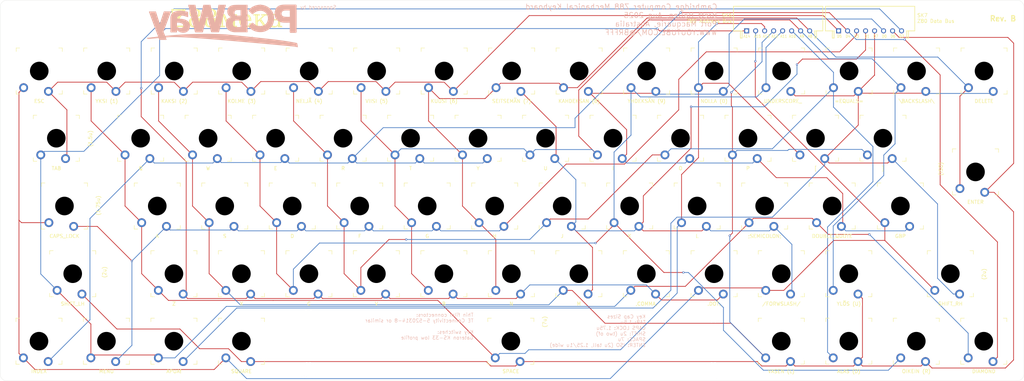
<source format=kicad_pcb>
(kicad_pcb (version 20241229) (generator "pcbnew") (generator_version "9.0")
  (title_block (title "Z88 Mechanical Keyboard (Inverted-T Cursor)") (date "16-Aug-2025") (rev "B") (company "Brett Hallen") (comment 1 "www.youtube.com/@Brfff"))
  (layers (0 "F.Cu" signal) (2 "B.Cu" signal) (13 "F.Paste" user) (15 "B.Paste" user) (5 "F.SilkS" user "F.Silkscreen") (7 "B.SilkS" user "B.Silkscreen") (1 "F.Mask" user) (3 "B.Mask" user) (25 "Edge.Cuts" user))
  (net 0 "")
  (net 1 "COL4")
  (net 2 "COL5")
  (net 3 "COL1")
  (net 4 "COL7")
  (net 5 "COL2")
  (net 6 "COL6")
  (net 7 "COL0")
  (net 8 "COL3")
  (net 9 "ROW4")
  (net 10 "ROW6")
  (net 11 "ROW5")
  (net 12 "ROW7")
  (net 13 "ROW1")
  (net 14 "ROW0")
  (net 15 "ROW3")
  (net 16 "ROW2")
  (footprint "Clueless_Engineer:SW_Gateron_LowProfile_THT" (layer "F.Cu") (at 198.3531 130.4488)
    (property "Reference" "SW32" (hide yes))
    (property "Value" "Y")
  )
  (footprint "Clueless_Engineer:SW_Gateron_LowProfile_THT" (layer "F.Cu") (at 160.2531 130.4488)
    (property "Reference" "SW30" (hide yes))
    (property "Value" "R")
  )
  (footprint "Clueless_Engineer:SW_Gateron_LowProfile_THT" (layer "F.Cu") (at 150.6794 111.4801)
    (property "Reference" "SW22" (hide yes))
    (property "Value" "NELJÄ (4)")
  )
  (footprint "Clueless_Engineer:SW_Gateron_LowProfile_THT" (layer "F.Cu") (at 164.9465 149.585)
    (property "Reference" "SW38" (hide yes))
    (property "Value" "F")
  )
  (footprint "Clueless_Engineer:SW_Gateron_LowProfile_THT" (layer "F.Cu") (at 264.9794 111.4801)
    (property "Reference" "SW59" (hide yes))
    (property "Value" "NOLLA (0)")
  )
  (footprint "Clueless_Engineer:SW_Gateron_LowProfile_THT" (layer "F.Cu") (at 341.1794 111.4801)
    (property "Reference" "SW8" (hide yes))
    (property "Value" "DELETE")
  )
  (footprint "Clueless_Engineer:SW_Gateron_LowProfile_THT" (layer "F.Cu") (at 207.6076 187.7446)
    (property "Reference" "SW11" (hide yes))
    (property "Value" "SPACE")
  )
  (footprint "Clueless_Engineer:SW_Gateron_LowProfile_THT" (layer "F.Cu") (at 179.3031 130.4488)
    (property "Reference" "SW31" (hide yes))
    (property "Value" "T")
  )
  (footprint "Clueless_Engineer:SW_Gateron_LowProfile_THT" (layer "F.Cu") (at 131.5576 168.6946)
    (property "Reference" "SW44" (hide yes))
    (property "Value" "X")
  )
  (footprint "Clueless_Engineer:SW_Gateron_LowProfile_THT" (layer "F.Cu") (at 131.5576 187.7446)
    (property "Reference" "SW9" (hide yes))
    (property "Value" "SQUARE")
  )
  (footprint "Clueless_Engineer:SW_Gateron_LowProfile_THT" (layer "F.Cu") (at 93.5294 111.4801)
    (property "Reference" "SW19" (hide yes))
    (property "Value" "YKSI (1)")
  )
  (footprint "Clueless_Engineer:SW_Gateron_LowProfile_THT" (layer "F.Cu") (at 74.4076 187.7446)
    (property "Reference" "SW25" (hide yes))
    (property "Value" "INDEX")
  )
  (footprint "Clueless_Engineer:SW_Gateron_LowProfile_THT" (layer "F.Cu") (at 169.7294 111.4801)
    (property "Reference" "SW23" (hide yes))
    (property "Value" "VIISI (5)")
  )
  (footprint "Clueless_Engineer:SW_Gateron_LowProfile_THT" (layer "F.Cu") (at 341.1076 187.7446)
    (property "Reference" "SW26" (hide yes))
    (property "Value" "DIAMOND")
  )
  (footprint "Clueless_Engineer:55203148" (layer "F.Cu") (at 274.167245 100.1357)
    (property "Reference" "SK6" (hide yes))
    (property "Value" "Z80 Address Bus" (hide yes))
  )
  (footprint "Clueless_Engineer:SW_Gateron_LowProfile_THT" (layer "F.Cu") (at 303.0076 168.6946)
    (property "Reference" "SW15" (hide yes))
    (property "Value" "YLÖS (U)")
  )
  (footprint "Clueless_Engineer:SW_Gateron_LowProfile_THT" (layer "F.Cu") (at 317.5716 149.585)
    (property "Reference" "SW57" (hide yes))
    (property "Value" "GBP")
  )
  (footprint "Clueless_Engineer:SW_Gateron_LowProfile_THT" (layer "F.Cu") (at 312.6531 130.4488)
    (property "Reference" "SW4" (hide yes))
    (property "Value" "]")
  )
  (footprint "Clueless_Engineer:SW_Gateron_LowProfile_THT" (layer "F.Cu") (at 188.7076 168.6946)
    (property "Reference" "SW47" (hide yes))
    (property "Value" "B")
  )
  (footprint "Clueless_Engineer:SW_Gateron_LowProfile_THT" (layer "F.Cu") (at 283.9406 187.7446)
    (property "Reference" "SW12" (hide yes))
    (property "Value" "VASEN (L)")
  )
  (footprint "Clueless_Engineer:SW_Gateron_LowProfile_THT" (layer "F.Cu") (at 298.3129 149.585)
    (property "Reference" "SW58" (hide yes))
    (property "Value" "DOUBLE_QUOTE")
  )
  (footprint "Clueless_Engineer:SW_Gateron_LowProfile_THT" (layer "F.Cu") (at 284.0294 111.4801)
    (property "Reference" "SW5" (hide yes))
    (property "Value" "_UNDERSCORE_")
  )
  (footprint "MountingHole:MountingHole_3.2mm_M3" (layer "F.Cu") (at 337.4681 96.9557)
    (property "Reference" "H2" (hide yes))
    (property "Value" "MountingHole" (hide yes))
  )
  (footprint "Clueless_Engineer:SW_Gateron_LowProfile_THT" (layer "F.Cu") (at 226.8076 168.6946)
    (property "Reference" "SW52" (hide yes))
    (property "Value" "M")
  )
  (footprint "Clueless_Engineer:SW_Gateron_LowProfile_THT" (layer "F.Cu") (at 283.9576 168.6946)
    (property "Reference" "SW49" (hide yes))
    (property "Value" "/FORWSLASH/")
  )
  (footprint "Clueless_Engineer:SW_Gateron_LowProfile_THT" (layer "F.Cu") (at 322.0576 187.7446)
    (property "Reference" "SW13" (hide yes))
    (property "Value" "OIKEIN (R)")
  )
  (footprint "Clueless_Engineer:SW_Gateron_LowProfile_THT" (layer "F.Cu") (at 279.2465 149.585)
    (property "Reference" "SW50" (hide yes))
    (property "Value" ";SEMICOLON;")
  )
  (footprint "Clueless_Engineer:SW_Gateron_LowProfile_THT" (layer "F.Cu") (at 131.6294 111.4801)
    (property "Reference" "SW21" (hide yes))
    (property "Value" "KOLME (3)")
  )
  (footprint "Clueless_Engineer:SW_Gateron_LowProfile_THT" (layer "F.Cu") (at 226.8794 111.4801)
    (property "Reference" "SW64" (hide yes))
    (property "Value" "KAHDEKSAN (8)")
  )
  (footprint "Clueless_Engineer:SW_Gateron_LowProfile_THT" (layer "F.Cu") (at 245.8576 168.6946)
    (property "Reference" "SW42" (hide yes))
    (property "Value" ",COMMA,")
  )
  (footprint "Clueless_Engineer:SW_Gateron_LowProfile_THT" (layer "F.Cu") (at 274.5531 130.4488)
    (property "Reference" "SW60" (hide yes))
    (property "Value" "P")
  )
  (footprint "MountingHole:MountingHole_3.2mm_M3" (layer "F.Cu") (at 250.727245 188.9557)
    (property "Reference" "H3" (hide yes))
    (property "Value" "MountingHole" (hide yes))
  )
  (footprint "MountingHole:MountingHole_3.2mm_M3" (layer "F.Cu") (at 170.727245 184.9557)
    (property "Reference" "H4" (hide yes))
    (property "Value" "MountingHole" (hide yes))
  )
  (footprint "Clueless_Engineer:SW_Gateron_LowProfile_THT" (layer "F.Cu") (at 103.1031 130.4488)
    (property "Reference" "SW27" (hide yes))
    (property "Value" "Q")
  )
  (footprint "Clueless_Engineer:55203148" (layer "F.Cu") (at 300.118643 100.1357)
    (property "Reference" "SK7" (hide yes))
    (property "Value" "Z80 Data Bus" (hide yes))
  )
  (footprint "Clueless_Engineer:SW_Gateron_LowProfile_THT" (layer "F.Cu") (at 74.4794 111.4801)
    (property "Reference" "SW17" (hide yes))
    (property "Value" "ESC")
  )
  (footprint "Clueless_Engineer:SW_Gateron_LowProfile_THT" (layer "F.Cu") (at 331.6706 168.6946)
    (property "Reference" "SW1" (hide yes))
    (property "Value" "SHIFT_RH")
  )
  (footprint "Clueless_Engineer:SW_Gateron_LowProfile_THT" (layer "F.Cu") (at 236.4531 130.4488)
    (property "Reference" "SW63" (hide yes))
    (property "Value" "I")
  )
  (footprint "Clueless_Engineer:SW_Gateron_LowProfile_THT" (layer "F.Cu") (at 188.7794 111.4801)
    (property "Reference" "SW24" (hide yes))
    (property "Value" "KUUSI (6)")
  )
  (footprint "Clueless_Engineer:SW_Gateron_LowProfile_THT" (layer "F.Cu") (at 207.8294 111.4801)
    (property "Reference" "SW56" (hide yes))
    (property "Value" "SEITSEMÄN (7)")
  )
  (footprint "Clueless_Engineer:SW_Gateron_LowProfile_THT" (layer "F.Cu") (at 260.1965 149.585)
    (property "Reference" "SW51" (hide yes))
    (property "Value" "L")
  )
  (footprint "Clueless_Engineer:SW_Gateron_LowProfile_THT" (layer "F.Cu") (at 245.9294 111.4801)
    (property "Reference" "SW61" (hide yes))
    (property "Value" "YHDEKSÄN (9)")
  )
  (footprint "MountingHole:MountingHole_3.2mm_M3" (layer "F.Cu") (at 95.4681 96.9557)
    (property "Reference" "H1" (hide yes))
    (property "Value" "MountingHole" (hide yes))
  )
  (footprint "Clueless_Engineer:SW_Gateron_LowProfile_THT" (layer "F.Cu") (at 264.9716 168.6946)
    (property "Reference" "SW41" (hide yes))
    (property "Value" ".DOT.")
  )
  (footprint "Clueless_Engineer:SW_Gateron_LowProfile_THT" (layer "F.Cu") (at 255.5031 130.4488)
    (property "Reference" "SW62" (hide yes))
    (property "Value" "O")
  )
  (footprint "Clueless_Engineer:SW_Gateron_LowProfile_THT" (layer "F.Cu") (at 183.9965 149.585)
    (property "Reference" "SW39" (hide yes))
    (property "Value" "G")
  )
  (footprint "PCM_Mounting_Keyboard_Stabilizer:Stabilizer_Cherry_MX_7.00u" (layer "F.Cu") (at 207.6076 187.7446)
    (property "Reference" "KB11" (hide yes))
    (property "Value" "SPACE" (hide yes))
  )
  (footprint "Clueless_Engineer:SW_Gateron_LowProfile_THT" (layer "F.Cu") (at 141.2031 130.4488)
    (property "Reference" "SW29" (hide yes))
    (property "Value" "E")
  )
  (footprint "Clueless_Engineer:SW_Gateron_LowProfile_THT" (layer "F.Cu") (at 79.3063 130.4488)
    (property "Reference" "SW18" (hide yes))
    (property "Value" "TAB")
  )
  (footprint "Clueless_Engineer:SW_Gateron_LowProfile_THT" (layer "F.Cu") (at 338.7701 139.96)
    (property "Reference" "SW16" (hide yes))
    (property "Value" "ENTER")
  )
  (footprint "Clueless_Engineer:SW_Gateron_LowProfile_THT" (layer "F.Cu") (at 203.0465 149.585)
    (property "Reference" "SW40" (hide yes))
    (property "Value" "H")
  )
  (footprint "Clueless_Engineer:SW_Gateron_LowProfile_THT" (layer "F.Cu") (at 93.4529 187.7446)
    (property "Reference" "SW34" (hide yes))
    (property "Value" "MENU")
  )
  (footprint "Clueless_Engineer:SW_Gateron_LowProfile_THT" (layer "F.Cu") (at 322.1294 111.4801)
    (property "Reference" "SW7" (hide yes))
    (property "Value" "\\BACKSLASH\\")
  )
  (footprint "Clueless_Engineer:SW_Gateron_LowProfile_THT" (layer "F.Cu") (at 81.6027 149.585)
    (property "Reference" "SW33" (hide yes))
    (property "Value" "CAPS_LOCK")
  )
  (footprint "Clueless_Engineer:SW_Gateron_LowProfile_THT" (layer "F.Cu") (at 107.7965 149.585)
    (property "Reference" "SW35" (hide yes))
    (property "Value" "A")
  )
  (footprint "Clueless_Engineer:SW_Gateron_LowProfile_THT" (layer "F.Cu") (at 222.0965 149.585)
    (property "Reference" "SW54" (hide yes))
    (property "Value" "J")
  )
  (footprint "Clueless_Engineer:SW_Gateron_LowProfile_THT" (layer "F.Cu") (at 112.5794 111.4801)
    (property "Reference" "SW20" (hide yes))
    (property "Value" "KAKSI (2)")
  )
  (footprint "Clueless_Engineer:SW_Gateron_LowProfile_THT" (layer "F.Cu") (at 112.5076 187.7446)
    (property "Reference" "SW2" (hide yes))
    (property "Value" "APUA!")
  )
  (footprint "Clueless_Engineer:SW_Gateron_LowProfile_THT" (layer "F.Cu") (at 241.1465 149.585)
    (property "Reference" "SW53" (hide yes))
    (property "Value" "K")
  )
  (footprint "Clueless_Engineer:SW_Gateron_LowProfile_THT" (layer "F.Cu") (at 122.1531 130.4488)
    (property "Reference" "SW28" (hide yes))
    (property "Value" "W")
  )
  (footprint "Clueless_Engineer:SW_Gateron_LowProfile_THT" (layer "F.Cu") (at 112.5076 168.6946)
    (property "Reference" "SW43" (hide yes))
    (property "Value" "Z")
  )
  (footprint "Clueless_Engineer:SW_Gateron_LowProfile_THT" (layer "F.Cu") (at 303.0794 111.4801)
    (property "Reference" "SW6" (hide yes))
    (property "Value" "=EQUALS=")
  )
  (footprint "Clueless_Engineer:SW_Gateron_LowProfile_THT" (layer "F.Cu") (at 83.9306 168.6946)
    (property "Reference" "SW10" (hide yes))
    (property "Value" "SHIFT_LH")
  )
  (footprint "Clueless_Engineer:SW_Gateron_LowProfile_THT" (layer "F.Cu") (at 217.4031 130.4488)
    (property "Reference" "SW55" (hide yes))
    (property "Value" "U")
  )
  (footprint "Clueless_Engineer:SW_Gateron_LowProfile_THT" (layer "F.Cu") (at 207.7576 168.6946)
    (property "Reference" "SW48" (hide yes))
    (property "Value" "N")
  )
  (footprint "Clueless_Engineer:SW_Gateron_LowProfile_THT" (layer "F.Cu") (at 169.6576 168.6946)
    (property "Reference" "SW46" (hide yes))
    (property "Value" "V")
  )
  (footprint "Clueless_Engineer:SW_Gateron_LowProfile_THT" (layer "F.Cu") (at 145.8965 149.585)
    (property "Reference" "SW37" (hide yes))
    (property "Value" "D")
  )
  (footprint "Clueless_Engineer:SW_Gateron_LowProfile_THT" (layer "F.Cu") (at 293.6031 130.4488)
    (property "Reference" "SW3" (hide yes))
    (property "Value" "[")
  )
  (footprint "Clueless_Engineer:SW_Gateron_LowProfile_THT" (layer "F.Cu") (at 150.6076 168.6946)
    (property "Reference" "SW45" (hide yes))
    (property "Value" "C")
  )
  (footprint "Clueless_Engineer:SW_Gateron_LowProfile_THT" (layer "F.Cu") (at 303.0076 187.7446)
    (property "Reference" "SW14" (hide yes))
    (property "Value" "ALAS (D)")
  )
  (footprint "Clueless_Engineer:SW_Gateron_LowProfile_THT" (layer "F.Cu") (at 126.8465 149.585)
    (property "Reference" "SW36" (hide yes))
    (property "Value" "S")
  )
  (gr_poly (pts (xy 146.663647 92.728777) (xy 146.577542 92.728625) (xy 146.294651 92.729106) (xy 146.096793 92.729143) (xy 145.680683 92.729759) (xy 145.152697 92.730289) (xy 144.742987 92.730634) (xy 144.548717 92.730789) (xy 143.901547 92.732188) (xy 143.686965 92.73466) (xy 143.520211 92.739315) (xy 143.382652 92.7469) (xy 143.255657 92.758166) (xy 142.958834 92.794735) (xy 142.879537 92.805045) (xy 142.770495 92.823078) (xy 142.663586 92.846002) (xy 142.558856 92.873746) (xy 142.456352 92.906241) (xy 142.356121 92.943416) (xy 142.258209 92.9852) (xy 142.162664 93.031522) (xy 142.06953 93.082311) (xy 141.978856 93.137498) (xy 141.890688 93.197011) (xy 141.805072 93.26078) (xy 141.722055 93.328734) (xy 141.641685 93.400803) (xy 141.564006 93.476915) (xy 141.489067 93.557001) (xy 141.416913 93.640989) (xy 141.334379 93.759865) (xy 141.260008 93.882023) (xy 141.193582 94.007219) (xy 141.134885 94.135209) (xy 141.0837 94.265752) (xy 141.03981 94.398603) (xy 141.003 94.533521) (xy 140.973051 94.670261) (xy 140.949749 94.808582) (xy 140.932875 94.948239) (xy 140.922214 95.08899) (xy 140.917549 95.230592) (xy 140.918663 95.372802) (xy 140.925339 95.515377) (xy 140.937361 95.658074) (xy 140.954512 95.80065) (xy 140.977554 95.918824) (xy 141.006088 96.034904) (xy 141.040031 96.14875) (xy 141.079294 96.260226) (xy 141.123791 96.369194) (xy 141.173438 96.475515) (xy 141.228146 96.579051) (xy 141.28783 96.679665) (xy 141.352405 96.77722) (xy 141.421782 96.871576) (xy 141.495877 96.962596) (xy 141.574603 97.050142) (xy 141.657873 97.134076) (xy 141.745602 97.21426) (xy 141.837703 97.290557) (xy 141.93409 97.362828) (xy 142.085352 97.452009) (xy 142.239783 97.52951) (xy 142.397124 97.596144) (xy 142.557117 97.652722) (xy 142.719503 97.700059) (xy 142.884024 97.738965) (xy 143.050421 97.770254) (xy 143.218435 97.794738) (xy 143.387808 97.813229) (xy 143.558281 97.826539) (xy 143.729596 97.835482) (xy 143.901494 97.840869) (xy 144.246003 97.844226) (xy 144.589742 97.843109) (xy 144.767057 97.842793) (xy 145.196217 97.841662) (xy 145.195683 97.942223) (xy 145.192104 98.880079) (xy 145.190229 99.362247) (xy 145.188686 99.827499) (xy 145.187824 100.005069) (xy 145.187285 100.129347) (xy 145.187206 100.253628) (xy 145.186341 100.327908) (xy 145.186872 100.373948) (xy 145.187535 100.395799) (xy 145.188614 100.416974) (xy 145.190224 100.437548) (xy 145.192479 100.4576) (xy 145.195493 100.477205) (xy 145.19938 100.496441) (xy 145.204254 100.515384) (xy 145.21023 100.534111) (xy 145.21742 100.5527) (xy 145.22594 100.571226) (xy 145.235903 100.589767) (xy 145.247423 100.608399) (xy 145.260615 100.6272) (xy 145.275592 100.646246) (xy 145.303595 100.659994) (xy 145.332206 100.671615) (xy 145.361366 100.681276) (xy 145.391012 100.68915) (xy 145.421084 100.695406) (xy 145.451522 100.700215) (xy 145.482264 100.703747) (xy 145.513249 100.706173) (xy 145.544417 100.707662) (xy 145.575706 100.708386) (xy 145.638407 100.708218) (xy 145.762591 100.70619) (xy 145.858647 100.706344) (xy 146.05933 100.706061) (xy 146.212699 100.705996) (xy 146.366068 100.706397) (xy 146.561301 100.70619) (xy 146.653767 100.706515) (xy 146.7482 100.705851) (xy 146.820497 100.704637) (xy 146.849788 100.703602) (xy 146.875279 100.702166) (xy 146.897547 100.700239) (xy 146.917171 100.697733) (xy 146.934727 100.694559) (xy 146.950795 100.69063) (xy 146.965952 100.685857) (xy 146.980776 100.680152) (xy 146.995845 100.673427) (xy 147.011736 100.665593) (xy 147.0483 100.646246) (xy 147.058277 100.634309) (xy 147.067516 100.622236) (xy 147.076046 100.610028) (xy 147.083894 100.597688) (xy 147.091086 100.585219) (xy 147.097651 100.572625) (xy 147.103616 100.559908) (xy 147.109008 100.547071) (xy 147.118183 100.521049) (xy 147.125395 100.494583) (xy 147.130863 100.467696) (xy 147.134807 100.440411) (xy 147.137445 100.412753) (xy 147.138996 100.384745) (xy 147.13968 100.35641) (xy 147.139716 100.327772) (xy 147.137754 100.210655) (xy 147.13813 100.11663) (xy 147.138281 99.987594) (xy 147.138051 99.858558) (xy 147.138367 99.58012) (xy 147.138414 99.034779) (xy 147.138297 98.591598) (xy 147.138333 98.527906) (xy 147.138411 98.399812) (xy 147.13795 97.198446) (xy 147.138023 96.174787) (xy 145.222675 96.174787) (xy 144.816452 96.179716) (xy 144.669488 96.18029) (xy 144.538589 96.179292) (xy 144.407728 96.176491) (xy 144.260878 96.171655) (xy 143.85511 96.154944) (xy 143.78266 96.149996) (xy 143.734117 96.144875) (xy 143.685744 96.138299) (xy 143.637637 96.130203) (xy 143.589889 96.120521) (xy 143.542597 96.10919) (xy 143.495854 96.096146) (xy 143.449756 96.081324) (xy 143.404398 96.064659) (xy 143.359875 96.046088) (xy 143.316281 96.025545) (xy 143.273711 96.002967) (xy 143.232261 95.978289) (xy 143.192024 95.951446) (xy 143.153097 95.922375) (xy 143.115574 95.89101) (xy 143.07955 95.857288) (xy 143.04677 95.813021) (xy 143.017657 95.768627) (xy 142.992031 95.724025) (xy 142.969714 95.679139) (xy 142.950523 95.633891) (xy 142.934281 95.588203) (xy 142.920805 95.541997) (xy 142.909917 95.495195) (xy 142.901435 95.44772) (xy 142.895181 95.399493) (xy 142.890974 95.350438) (xy 142.888634 95.300475) (xy 142.887981 95.249527) (xy 142.888835 95.197516) (xy 142.891015 95.144365) (xy 142.894342 95.089996) (xy 142.904308 95.048309) (xy 142.916353 95.007858) (xy 142.930408 94.968623) (xy 142.946404 94.930586) (xy 142.964272 94.893728) (xy 142.983945 94.858031) (xy 143.005352 94.823476) (xy 143.028426 94.790045) (xy 143.053097 94.75772) (xy 143.079298 94.726481) (xy 143.106958 94.69631) (xy 143.13601 94.667189) (xy 143.166385 94.639099) (xy 143.198014 94.612021) (xy 143.230828 94.585937) (xy 143.264759 94.560829) (xy 143.29475 94.544726) (xy 143.324573 94.529819) (xy 143.354287 94.516063) (xy 143.383953 94.503416) (xy 143.413629 94.491833) (xy 143.443376 94.48127) (xy 143.473254 94.471683) (xy 143.503321 94.46303) (xy 143.533638 94.455266) (xy 143.564263 94.448347) (xy 143.595258 94.442229) (xy 143.626682 94.436869) (xy 143.658594 94.432223) (xy 143.691053 94.428247) (xy 143.724121 94.424897) (xy 143.757855 94.42213) (xy 143.830142 94.416078) (xy 143.934076 94.409183) (xy 144.038004 94.404137) (xy 144.141938 94.400692) (xy 144.245889 94.398599) (xy 144.453888 94.397473) (xy 144.662089 94.398772) (xy 145.196217 94.402079) (xy 145.222675 96.174787) (xy 147.138023 96.174787) (xy 147.138023 96.167437) (xy 147.138371 94.970392) (xy 147.138297 94.842767) (xy 147.13826 94.779338) (xy 147.138494 94.336649) (xy 147.138233 93.797221) (xy 147.138205 93.521955) (xy 147.13821 93.372833) (xy 147.137754 93.223711) (xy 147.138291 93.135619) (xy 147.137477 93.05286) (xy 147.135791 92.98948) (xy 147.134292 92.963785) (xy 147.132178 92.941407) (xy 147.12932 92.921838) (xy 147.125584 92.904569) (xy 147.120839 92.889091) (xy 147.114954 92.874894) (xy 147.107795 92.86147) (xy 147.099232 92.848309) (xy 147.089133 92.834903) (xy 147.077366 92.820742) (xy 147.0483 92.788121) (xy 147.034169 92.778863) (xy 147.020321 92.770598) (xy 147.00669 92.763273) (xy 146.993212 92.756832) (xy 146.97982 92.751221) (xy 146.966449 92.746385) (xy 146.953034 92.74227) (xy 146.939509 92.738822) (xy 146.925809 92.735985) (xy 146.911868 92.733705) (xy 146.897621 92.731927) (xy 146.883003 92.730597) (xy 146.867948 92.72966) (xy 146.85239 92.729062) (xy 146.819504 92.728663) (xy 146.744938 92.728326)) (stroke (width -0.000001)) (fill yes) (layer "B.SilkS"))
  (gr_poly (pts (xy 109.771021 94.656105) (xy 109.759741 94.658467) (xy 109.749839 94.660752) (xy 109.741124 94.663057) (xy 109.73341 94.665482) (xy 109.726506 94.668124) (xy 109.720225 94.671082) (xy 109.714378 94.674455) (xy 109.708778 94.67834) (xy 109.703234 94.682836) (xy 109.697559 94.688042) (xy 109.691564 94.694055) (xy 109.68506 94.700976) (xy 109.669775 94.717928) (xy 109.652984 94.759222) (xy 109.636738 94.800627) (xy 109.62099 94.842154) (xy 109.60569 94.883816) (xy 109.576237 94.967593) (xy 109.547988 95.052052) (xy 109.522396 95.128914) (xy 109.439126 95.380831) (xy 109.380477 95.55741) (xy 109.226095 96.023605) (xy 108.980486 96.764542) (xy 108.895739 97.020684) (xy 108.841985 97.182981) (xy 108.815929 97.261647) (xy 108.74693 97.46631) (xy 108.676202 97.670382) (xy 108.646371 97.755231) (xy 108.5893 97.915743) (xy 108.563723 97.988056) (xy 108.54099 98.05161) (xy 108.535702 98.069799) (xy 108.533562 98.077463) (xy 108.531728 98.084436) (xy 108.530175 98.090914) (xy 108.52888 98.097092) (xy 108.52782 98.103168) (xy 108.526971 98.109338) (xy 108.52631 98.115797) (xy 108.525814 98.122743) (xy 108.525458 98.130371) (xy 108.525219 98.138878) (xy 108.525 98.159314) (xy 108.524969 98.185621) (xy 108.472051 98.185621) (xy 108.464611 98.141023) (xy 108.449527 98.064636) (xy 108.432414 97.989016) (xy 108.413529 97.914018) (xy 108.39313 97.839497) (xy 108.371473 97.765308) (xy 108.348814 97.691306) (xy 108.301519 97.543283) (xy 108.266027 97.432565) (xy 108.190484 97.197695) (xy 108.012731 96.644067) (xy 107.952822 96.457278) (xy 107.770702 95.884761) (xy 107.590658 95.311584) (xy 107.563433 95.224543) (xy 107.466396 94.914143) (xy 107.446346 94.849946) (xy 107.429055 94.794525) (xy 107.418814 94.762493) (xy 107.408404 94.730514) (xy 107.387261 94.666663) (xy 105.455804 94.666663) (xy 105.468894 94.729773) (xy 105.475657 94.759725) (xy 105.482821 94.789058) (xy 105.490578 94.81811) (xy 105.49912 94.847217) (xy 105.508639 94.876719) (xy 105.519326 94.906951) (xy 105.542333 94.969733) (xy 105.567629 95.037802) (xy 105.594503 95.110826) (xy 105.684005 95.352925) (xy 105.747839 95.52597) (xy 105.958511 96.095412) (xy 105.995208 96.194483) (xy 106.434615 97.379071) (xy 106.836596 98.463433) (xy 106.901568 98.638875) (xy 107.16372 99.346932) (xy 107.84035 101.172484) (xy 107.896114 101.322667) (xy 107.972134 101.527225) (xy 107.994686 101.588049) (xy 108.024634 101.668134) (xy 108.034793 101.694661) (xy 108.043 101.715237) (xy 108.050199 101.732158) (xy 108.057333 101.747721) (xy 108.075176 101.783954) (xy 108.143798 101.786642) (xy 108.212346 101.787555) (xy 108.280823 101.786826) (xy 108.349231 101.784587) (xy 108.485851 101.776115) (xy 108.622224 101.763203) (xy 108.758372 101.746916) (xy 108.894313 101.728319) (xy 109.165652 101.688456) (xy 109.263984 101.675387) (xy 109.36226 101.664232) (xy 109.460532 101.654772) (xy 109.558855 101.646788) (xy 109.755865 101.634365) (xy 109.953719 101.625204) (xy 109.958268 101.612178) (xy 109.962169 101.599345) (xy 109.965446 101.586695) (xy 109.968119 101.574216) (xy 109.970212 101.561898) (xy 109.971746 101.549731) (xy 109.972744 101.537702) (xy 109.973228 101.525803) (xy 109.972742 101.502349) (xy 109.970466 101.479281) (xy 109.966577 101.456515) (xy 109.961253 101.433965) (xy 109.954671 101.411545) (xy 109.947009 101.38917) (xy 109.938445 101.366754) (xy 109.929155 101.344212) (xy 109.888296 101.251067) (xy 109.829436 101.107303) (xy 109.782501 100.994714) (xy 109.735174 100.882291) (xy 109.689862 100.773293) (xy 109.645211 100.664022) (xy 109.616073 100.597099) (xy 109.604759 100.567688) (xy 109.59499 100.539414) (xy 109.586747 100.512112) (xy 109.580011 100.485616) (xy 109.574762 100.459759) (xy 109.570983 100.434375) (xy 109.568653 100.409299) (xy 109.567753 100.384363) (xy 109.568265 100.359401) (xy 109.570169 100.334248) (xy 109.573446 100.308737) (xy 109.578078 100.282702) (xy 109.584044 100.255976) (xy 109.591326 100.228394) (xy 109.599905 100.19979) (xy 109.609762 100.169996) (xy 109.628545 100.11384) (xy 109.644198 100.070349) (xy 109.660317 100.027074) (xy 109.676808 99.983937) (xy 109.693578 99.940862) (xy 109.718502 99.876007) (xy 109.771877 99.737912) (xy 109.887347 99.438226) (xy 109.946993 99.283094) (xy 110.081856 98.928986) (xy 110.214996 98.574227) (xy 110.312868 98.312745) (xy 110.339492 98.241652) (xy 110.69851 97.287299) (xy 110.832482 96.931623) (xy 111.260427 95.800151) (xy 111.390456 95.458115) (xy 111.460232 95.275402) (xy 111.55548 95.0254) (xy 111.583935 94.951678) (xy 111.609393 94.884265) (xy 111.631591 94.826174) (xy 111.636694 94.808249) (xy 111.638759 94.80059) (xy 111.640529 94.793488) (xy 111.642027 94.786709) (xy 111.643277 94.78002) (xy 111.6443 94.773187) (xy 111.645119 94.765976) (xy 111.645757 94.758155) (xy 111.646236 94.749488) (xy 111.646579 94.739743) (xy 111.64681 94.728686) (xy 111.647021 94.701701) (xy 111.647051 94.666663) (xy 111.271368 94.662627) (xy 110.895675 94.659808) (xy 110.72123 94.658548) (xy 110.546789 94.656683) (xy 110.3785 94.654987) (xy 110.210204 94.654111) (xy 110.145943 94.653569) (xy 110.081686 94.652675) (xy 110.036737 94.652101) (xy 109.991798 94.651777) (xy 109.901907 94.651644) (xy 109.798464 94.650754)) (stroke (width -0.000001)) (fill yes) (layer "B.SilkS"))
  (gr_poly (pts (xy 133.18394 92.780294) (xy 133.167504 92.78114) (xy 133.133046 92.783384) (xy 133.115261 92.784233) (xy 133.097265 92.784535) (xy 133.024616 92.784697) (xy 132.948435 92.784557) (xy 132.696412 92.784607) (xy 132.519692 92.78453) (xy 132.146593 92.784672) (xy 131.676691 92.78458) (xy 130.636135 92.785837) (xy 130.351616 92.790652) (xy 130.016782 92.800213) (xy 129.962322 92.801834) (xy 129.701022 92.813619) (xy 129.57011 92.823122) (xy 129.439497 92.835738) (xy 129.309538 92.852) (xy 129.180588 92.872436) (xy 129.053003 92.897577) (xy 128.927138 92.927954) (xy 128.803348 92.964098) (xy 128.681988 93.006539) (xy 128.563413 93.055807) (xy 128.44798 93.112432) (xy 128.336043 93.176946) (xy 128.227957 93.249878) (xy 128.124077 93.33176) (xy 128.02476 93.423121) (xy 127.960683 93.495801) (xy 127.9021 93.569968) (xy 127.848855 93.645628) (xy 127.800792 93.722793) (xy 127.757753 93.801469) (xy 127.719583 93.881666) (xy 127.686124 93.963393) (xy 127.657222 94.046659) (xy 127.632719 94.131471) (xy 127.612459 94.217839) (xy 127.596286 94.305773) (xy 127.584043 94.395279) (xy 127.575574 94.486368) (xy 127.570723 94.579047) (xy 127.569333 94.673327) (xy 127.571247 94.769214) (xy 127.578877 94.855323) (xy 127.590293 94.940509) (xy 127.60547 95.024664) (xy 127.624383 95.107678) (xy 127.647006 95.189441) (xy 127.673314 95.269843) (xy 127.703284 95.348775) (xy 127.736888 95.426128) (xy 127.774103 95.50179) (xy 127.814903 95.575653) (xy 127.859263 95.647607) (xy 127.907159 95.717543) (xy 127.958564 95.78535) (xy 128.013455 95.850919) (xy 128.071805 95.91414) (xy 128.13359 95.974903) (xy 128.186569 96.017367) (xy 128.24051 96.058364) (xy 128.295341 96.09802) (xy 128.350993 96.136461) (xy 128.407393 96.173816) (xy 128.464472 96.210209) (xy 128.52216 96.245769) (xy 128.580384 96.280621) (xy 128.50566 96.303048) (xy 128.416614 96.33187) (xy 128.327898 96.363216) (xy 128.23985 96.397241) (xy 128.15281 96.434098) (xy 128.067117 96.473944) (xy 127.98311 96.516933) (xy 127.901128 96.563219) (xy 127.821511 96.612958) (xy 127.744597 96.666305) (xy 127.670725 96.723414) (xy 127.600235 96.78444) (xy 127.533467 96.849538) (xy 127.470758 96.918862) (xy 127.412449 96.992569) (xy 127.358878 97.070812) (xy 127.310384 97.153746) (xy 127.281855 97.225367) (xy 127.257518 97.298383) (xy 127.237044 97.372638) (xy 127.220108 97.447977) (xy 127.20638 97.524245) (xy 127.195533 97.601286) (xy 127.18724 97.678945) (xy 127.181172 97.757067) (xy 127.174402 97.914078) (xy 127.172603 98.071076) (xy 127.173429 98.380067) (xy 127.172581 98.492887) (xy 127.173527 98.586366) (xy 127.178112 98.676709) (xy 127.18641 98.76413) (xy 127.198496 98.848844) (xy 127.214444 98.931065) (xy 127.234329 99.011006) (xy 127.258225 99.088882) (xy 127.286207 99.164907) (xy 127.31835 99.239295) (xy 127.354728 99.312261) (xy 127.395416 99.384018) (xy 127.440488 99.45478) (xy 127.490019 99.524762) (xy 127.544084 99.594178) (xy 127.602757 99.663241) (xy 127.666113 99.732167) (xy 127.781769 99.840132) (xy 127.902481 99.939238) (xy 128.027904 100.029746) (xy 128.157698 100.11192) (xy 128.291518 100.186023) (xy 128.429024 100.252318) (xy 128.569872 100.311068) (xy 128.713721 100.362536) (xy 128.860227 100.406985) (xy 129.009048 100.444679) (xy 129.159843 100.47588) (xy 129.312267 100.500852) (xy 129.46598 100.519857) (xy 129.620638 100.533159) (xy 129.7759 100.54102) (xy 129.931422 100.543704) (xy 130.030961 100.543416) (xy 130.138226 100.543428) (xy 130.426636 100.543095) (xy 130.729079 100.542883) (xy 131.300556 100.542318) (xy 131.951687 100.541743) (xy 133.289968 100.540412) (xy 133.291317 97.589087) (xy 133.291421 97.241034) (xy 133.291431 97.206662) (xy 131.305593 97.206662) (xy 131.305593 99.085204) (xy 130.690437 99.076936) (xy 130.498278 99.07494) (xy 130.344411 99.072285) (xy 130.266238 99.071784) (xy 130.20561 99.069693) (xy 130.144717 99.065838) (xy 130.083709 99.060133) (xy 130.022738 99.052493) (xy 129.961956 99.042831) (xy 129.901514 99.031061) (xy 129.841563 99.017097) (xy 129.782255 99.000852) (xy 129.723742 98.98224) (xy 129.666175 98.961176) (xy 129.609705 98.937572) (xy 129.554485 98.911344) (xy 129.500665 98.882404) (xy 129.448397 98.850666) (xy 129.397833 98.816044) (xy 129.349123 98.778453) (xy 129.333617 98.761463) (xy 129.318947 98.744437) (xy 129.304995 98.727265) (xy 129.291643 98.709838) (xy 129.27877 98.692049) (xy 129.266259 98.673787) (xy 129.25399 98.654945) (xy 129.241843 98.635413) (xy 129.208976 98.582496) (xy 129.195522 98.554228) (xy 129.18359 98.526) (xy 129.173088 98.497781) (xy 129.163924 98.469541) (xy 129.156003 98.441248) (xy 129.149234 98.412872) (xy 129.143523 98.384382) (xy 129.138778 98.355749) (xy 129.134906 98.326941) (xy 129.131813 98.297927) (xy 129.129407 98.268678) (xy 129.127596 98.239162) (xy 129.125383 98.179208) (xy 129.124433 98.117821) (xy 129.12362 98.054388) (xy 129.124777 98.01433) (xy 129.127113 97.974786) (xy 129.130706 97.935776) (xy 129.135632 97.897319) (xy 129.141969 97.859435) (xy 129.149794 97.822144) (xy 129.159183 97.785466) (xy 129.170214 97.749419) (xy 129.182963 97.714023) (xy 129.197508 97.679298) (xy 129.213926 97.645263) (xy 129.232293 97.611938) (xy 129.252687 97.579343) (xy 129.275184 97.547496) (xy 129.299862 97.516418) (xy 129.326798 97.486129) (xy 129.364893 97.454547) (xy 129.404061 97.425314) (xy 129.44425 97.398343) (xy 129.485407 97.373545) (xy 129.527477 97.350833) (xy 129.570409 97.330119) (xy 129.658642 97.294334) (xy 129.749679 97.265485) (xy 129.843096 97.242871) (xy 129.938467 97.225789) (xy 130.035365 97.213536) (xy 130.133366 97.205409) (xy 130.232042 97.200705) (xy 130.330969 97.198721) (xy 130.429721 97.198755) (xy 130.81446 97.205009) (xy 131.305593 97.206662) (xy 133.291431 97.206662) (xy 133.291442 97.17104) (xy 133.292008 96.047522) (xy 133.292455 94.895572) (xy 133.292779 94.269788) (xy 131.305593 94.269788) (xy 131.305593 95.830829) (xy 130.837611 95.837444) (xy 130.692226 95.840363) (xy 130.576993 95.840442) (xy 130.461794 95.83666) (xy 130.4045 95.832687) (xy 130.347567 95.826987) (xy 130.291113 95.819306) (xy 130.235254 95.809391) (xy 130.180108 95.796988) (xy 130.125794 95.781842) (xy 130.072427 95.7637) (xy 130.020126 95.742309) (xy 129.969007 95.717413) (xy 129.91919 95.688759) (xy 129.87079 95.656093) (xy 129.823927 95.619162) (xy 129.793807 95.587569) (xy 129.766398 95.555765) (xy 129.741579 95.523668) (xy 129.719227 95.491195) (xy 129.69922 95.458263) (xy 129.681436 95.424789) (xy 129.665753 95.390691) (xy 129.652049 95.355885) (xy 129.640203 95.320289) (xy 129.630091 95.28382) (xy 129.621593 95.246396) (xy 129.614586 95.207933) (xy 129.608949 95.168349) (xy 129.604558 95.127561) (xy 129.601293 95.085485) (xy 129.59903 95.04204) (xy 129.600538 95.003109) (xy 129.603147 94.964732) (xy 129.606912 94.926904) (xy 129.61189 94.889618) (xy 129.618134 94.852869) (xy 129.625701 94.816649) (xy 129.634644 94.780952) (xy 129.64502 94.745772) (xy 129.656884 94.711103) (xy 129.670289 94.676938) (xy 129.685293 94.64327) (xy 129.701949 94.610094) (xy 129.720312 94.577404) (xy 129.740439 94.545191) (xy 129.762384 94.513452) (xy 129.786202 94.482178) (xy 129.813177 94.457949) (xy 129.841039 94.435532) (xy 129.869744 94.414858) (xy 129.899248 94.395859) (xy 129.929507 94.378467) (xy 129.960476 94.362614) (xy 129.992113 94.348233) (xy 130.024372 94.335256) (xy 130.09058 94.313239) (xy 130.15875 94.29602) (xy 130.228528 94.283056) (xy 130.299562 94.273803) (xy 130.371498 94.267717) (xy 130.443983 94.264255) (xy 130.516666 94.262873) (xy 130.589193 94.263027) (xy 130.870684 94.268134) (xy 131.305593 94.269788) (xy 133.292779 94.269788) (xy 133.292823 94.18417) (xy 133.292969 93.697016) (xy 133.293122 93.415523) (xy 133.29315 93.111064) (xy 133.293383 93.020204) (xy 133.293223 92.938492) (xy 133.293253 92.867404) (xy 133.292323 92.856854) (xy 133.290909 92.847161) (xy 133.289026 92.838289) (xy 133.28669 92.830204) (xy 133.283914 92.822872) (xy 133.280714 92.816259) (xy 133.277105 92.810331) (xy 133.273101 92.805053) (xy 133.268717 92.800392) (xy 133.263969 92.796312) (xy 133.258871 92.79278) (xy 133.253438 92.789762) (xy 133.247684 92.787223) (xy 133.241625 92.785129) (xy 133.235275 92.783446) (xy 133.22865 92.782139) (xy 133.221764 92.781175) (xy 133.214632 92.78052) (xy 133.207268 92.780138) (xy 133.199689 92.779996)) (stroke (width -0.000001)) (fill yes) (layer "B.SilkS"))
  (gr_rect (start 118.526217 100.434579) (end 120.616427 100.540412) (stroke (width -0.000001)) (fill yes) (layer "B.SilkS"))
  (gr_poly (pts (xy 127.495592 101.175412) (xy 127.522051 101.228329) (xy 127.416218 101.254787) (xy 127.786634 101.254787) (xy 127.760177 101.201871) (xy 127.713964 101.19465) (xy 127.667688 101.187831) (xy 127.621354 101.181418) (xy 127.574967 101.175412) (xy 127.54851 101.148954)) (stroke (width -0.000001)) (fill yes) (layer "B.SilkS"))
  (gr_poly (pts (xy 122.653719 99.111662) (xy 122.706634 99.323329) (xy 122.724084 99.297022) (xy 122.731113 99.286169) (xy 122.737097 99.276588) (xy 122.742103 99.268081) (xy 122.746196 99.260455) (xy 122.749441 99.253511) (xy 122.751903 99.247054) (xy 122.753649 99.240888) (xy 122.754742 99.234817) (xy 122.75525 99.228643) (xy 122.755237 99.222172) (xy 122.754768 99.215207) (xy 122.753909 99.207551) (xy 122.751284 99.189384) (xy 122.740354 99.15892) (xy 122.736138 99.147845) (xy 122.732059 99.137914) (xy 122.727592 99.127905) (xy 122.722214 99.116597) (xy 122.706634 99.085204)) (stroke (width -0.000001)) (fill yes) (layer "B.SilkS"))
  (gr_poly (pts (xy 109.958668 101.963872) (xy 109.852264 101.967467) (xy 109.746125 101.972826) (xy 109.640158 101.97974) (xy 109.534273 101.988001) (xy 109.428378 101.997399) (xy 109.216192 102.018771) (xy 109.080077 102.032724) (xy 108.656796 102.078486) (xy 108.233929 102.127912) (xy 108.237159 102.164781) (xy 108.241546 102.200041) (xy 108.247032 102.23393) (xy 108.253561 102.266684) (xy 108.261077 102.298537) (xy 108.269523 102.329727) (xy 108.278842 102.36049) (xy 108.288978 102.391062) (xy 108.311474 102.452575) (xy 108.336557 102.516157) (xy 108.392678 102.657079) (xy 110.403512 102.657079) (xy 110.390697 102.582564) (xy 110.384116 102.548196) (xy 110.376965 102.514929) (xy 110.3689 102.482146) (xy 110.359582 102.449226) (xy 110.348667 102.415553) (xy 110.335815 102.380507) (xy 110.311474 102.317668) (xy 110.286102 102.253589) (xy 110.261037 102.188271) (xy 110.232961 102.117098) (xy 110.221173 102.088262) (xy 110.210505 102.063485) (xy 110.200668 102.042436) (xy 110.191377 102.024784) (xy 110.182344 102.010198) (xy 110.173285 101.998346) (xy 110.168655 101.993342) (xy 110.163911 101.988898) (xy 110.159016 101.984972) (xy 110.153936 101.981523) (xy 110.148634 101.978508) (xy 110.143074 101.975888) (xy 110.131039 101.971664) (xy 110.117543 101.96852) (xy 110.1023 101.966123) (xy 110.065429 101.96225)) (stroke (width -0.000001)) (fill yes) (layer "B.SilkS"))
  (gr_poly (pts (xy 113.049343 101.334162) (xy 112.890594 101.334162) (xy 112.864135 101.387079) (xy 113.128719 101.387079) (xy 113.075802 101.281245)) (stroke (width -0.000001)) (fill yes) (layer "B.SilkS"))
  (gr_poly (pts (xy 134.454134 101.783954) (xy 134.718717 101.810412) (xy 134.745176 101.731037) (xy 134.480593 101.704579)) (stroke (width -0.000001)) (fill yes) (layer "B.SilkS"))
  (gr_poly (pts (xy 109.771021 94.656105) (xy 109.759741 94.658467) (xy 109.749839 94.660752) (xy 109.741124 94.663057) (xy 109.73341 94.665482) (xy 109.726506 94.668124) (xy 109.720225 94.671082) (xy 109.714378 94.674455) (xy 109.708778 94.67834) (xy 109.703234 94.682836) (xy 109.697559 94.688042) (xy 109.691564 94.694055) (xy 109.68506 94.700976) (xy 109.669775 94.717928) (xy 109.652984 94.759222) (xy 109.636738 94.800627) (xy 109.62099 94.842154) (xy 109.60569 94.883816) (xy 109.576237 94.967593) (xy 109.547988 95.052052) (xy 109.522396 95.128914) (xy 109.439126 95.380831) (xy 109.380477 95.55741) (xy 109.226095 96.023605) (xy 108.980486 96.764542) (xy 108.895739 97.020684) (xy 108.841985 97.182981) (xy 108.815929 97.261647) (xy 108.74693 97.46631) (xy 108.676202 97.670382) (xy 108.646371 97.755231) (xy 108.5893 97.915743) (xy 108.563723 97.988056) (xy 108.54099 98.05161) (xy 108.535702 98.069799) (xy 108.533562 98.077463) (xy 108.531728 98.084436) (xy 108.530175 98.090914) (xy 108.52888 98.097092) (xy 108.52782 98.103168) (xy 108.526971 98.109338) (xy 108.52631 98.115797) (xy 108.525814 98.122743) (xy 108.525458 98.130371) (xy 108.525219 98.138878) (xy 108.525 98.159314) (xy 108.524969 98.185621) (xy 108.472051 98.185621) (xy 108.464611 98.141023) (xy 108.449527 98.064636) (xy 108.432414 97.989016) (xy 108.413529 97.914018) (xy 108.39313 97.839497) (xy 108.371473 97.765308) (xy 108.348814 97.691306) (xy 108.301519 97.543283) (xy 108.266027 97.432565) (xy 108.190484 97.197695) (xy 108.012731 96.644067) (xy 107.952822 96.457278) (xy 107.770702 95.884761) (xy 107.590658 95.311584) (xy 107.563433 95.224543) (xy 107.466396 94.914143) (xy 107.446346 94.849946) (xy 107.429055 94.794525) (xy 107.418814 94.762493) (xy 107.408404 94.730514) (xy 107.387261 94.666663) (xy 105.455804 94.666663) (xy 105.468894 94.729773) (xy 105.475657 94.759725) (xy 105.482821 94.789058) (xy 105.490578 94.81811) (xy 105.49912 94.847217) (xy 105.508639 94.876719) (xy 105.519326 94.906951) (xy 105.542333 94.969733) (xy 105.567629 95.037802) (xy 105.594503 95.110826) (xy 105.684005 95.352925) (xy 105.747839 95.52597) (xy 105.958511 96.095412) (xy 105.995208 96.194483) (xy 106.434615 97.379071) (xy 106.836596 98.463433) (xy 106.901568 98.638875) (xy 107.197787 99.438958) (xy 107.33384 99.806456) (xy 107.400497 99.986508) (xy 107.752715 100.935014) (xy 107.783141 101.016614) (xy 107.925133 101.396917) (xy 107.974718 101.529809) (xy 107.997683 101.591047) (xy 108.009449 101.617993) (xy 108.018481 101.639283) (xy 108.022157 101.648417) (xy 108.025375 101.656869) (xy 108.028207 101.664882) (xy 108.030729 101.672701) (xy 108.033016 101.680568) (xy 108.035143 101.688728) (xy 108.037184 101.697425) (xy 108.039213 101.706903) (xy 108.043539 101.729175) (xy 108.048717 101.757495) (xy 107.019146 101.878944) (xy 106.540923 101.935353) (xy 106.07824 101.989907) (xy 105.902917 102.010601) (xy 105.375318 102.071327) (xy 104.847262 102.127912) (xy 104.849096 102.14095) (xy 104.851101 102.153131) (xy 104.85332 102.164546) (xy 104.855797 102.175288) (xy 104.858575 102.185449) (xy 104.861697 102.195122) (xy 104.865207 102.2044) (xy 104.869149 102.213373) (xy 104.873565 102.222136) (xy 104.878499 102.23078) (xy 104.883994 102.239397) (xy 104.890094 102.24808) (xy 104.896843 102.256921) (xy 104.904282 102.266013) (xy 104.912457 102.275448) (xy 104.92141 102.285318) (xy 104.944633 102.301792) (xy 104.967781 102.317002) (xy 104.990866 102.33099) (xy 105.013903 102.343799) (xy 105.036904 102.355471) (xy 105.059883 102.366051) (xy 105.105826 102.384105) (xy 105.151838 102.398302) (xy 105.198024 102.408988) (xy 105.24449 102.416506) (xy 105.291342 102.421201) (xy 105.338684 102.423416) (xy 105.386622 102.423495) (xy 105.435263 102.421783) (xy 105.484711 102.418623) (xy 105.586451 102.409336) (xy 105.692687 102.398386) (xy 105.847231 102.385516) (xy 106.050232 102.367774) (xy 106.25313 102.3489) (xy 106.456667 102.330685) (xy 106.660278 102.313275) (xy 107.004586 102.283095) (xy 107.348794 102.251773) (xy 107.55162 102.233479) (xy 107.754525 102.216059) (xy 107.84233 102.208723) (xy 107.992864 102.1965) (xy 108.024292 102.193763) (xy 108.05496 102.190733) (xy 108.085063 102.187193) (xy 108.114796 102.182931) (xy 108.144354 102.177732) (xy 108.173932 102.171382) (xy 108.18879 102.167708) (xy 108.203725 102.163666) (xy 108.218764 102.159229) (xy 108.233929 102.15437) (xy 108.260384 102.31312) (xy 108.392678 102.657079) (xy 110.403512 102.657079) (xy 110.390515 102.581762) (xy 110.383841 102.547315) (xy 110.376558 102.514088) (xy 110.368296 102.48139) (xy 110.358688 102.448533) (xy 110.347363 102.414825) (xy 110.340942 102.397436) (xy 110.333953 102.379576) (xy 110.308892 102.316376) (xy 110.282793 102.251936) (xy 110.231429 102.123261) (xy 110.208425 102.066282) (xy 110.202444 102.052867) (xy 110.197968 102.042417) (xy 110.196233 102.038045) (xy 110.194803 102.034104) (xy 110.193651 102.030491) (xy 110.192755 102.027101) (xy 110.192089 102.023832) (xy 110.191629 102.020579) (xy 110.191352 102.01724) (xy 110.191232 102.013711) (xy 110.191246 102.009888) (xy 110.191369 102.005667) (xy 110.191845 101.995621) (xy 111.099979 101.927665) (xy 111.662061 101.905823) (xy 112.353785 101.898179) (xy 113.218374 101.909317) (xy 114.299052 101.943818) (xy 115.639042 102.006263) (xy 117.281568 102.101235) (xy 119.269854 102.233316) (xy 121.647122 102.407088) (xy 124.456597 102.627132) (xy 127.741501 102.89803) (xy 131.545059 103.224365) (xy 135.910495 103.610718) (xy 140.881031 104.061671) (xy 146.499891 104.581805) (xy 146.622247 104.605298) (xy 146.960302 104.670995) (xy 147.111197 104.700423) (xy 147.182255 104.714587) (xy 147.261223 104.729316) (xy 147.300241 104.7357) (xy 147.339195 104.741079) (xy 147.378271 104.745191) (xy 147.397914 104.74669) (xy 147.417656 104.747772) (xy 147.437522 104.748406) (xy 147.457534 104.748559) (xy 147.477716 104.748196) (xy 147.498092 104.747287) (xy 147.48994 104.654498) (xy 147.479012 104.562432) (xy 147.465704 104.470931) (xy 147.450415 104.379838) (xy 147.43354 104.288994) (xy 147.415477 104.19824) (xy 147.377376 104.016376) (xy 147.350969 103.889975) (xy 147.286425 103.583121) (xy 146.907942 103.503972) (xy 146.528694 103.429259) (xy 146.1488 103.35789) (xy 145.768378 103.288772) (xy 145.642743 103.26617) (xy 144.799236 103.11917) (xy 143.814429 102.964034) (xy 142.547858 102.78755) (xy 140.859058 102.576505) (xy 138.607563 102.317689) (xy 135.652908 101.99789) (xy 131.854629 101.603896) (xy 127.072259 101.122495) (xy 127.014799 101.119247) (xy 126.639935 101.098518) (xy 126.551829 101.093657) (xy 126.056546 101.069151) (xy 125.561098 101.048181) (xy 124.56988 101.014906) (xy 124.509553 101.013168) (xy 123.754618 100.996201) (xy 122.999687 100.987004) (xy 121.489565 100.983401) (xy 120.983724 100.983305) (xy 120.038231 100.985369) (xy 119.093204 100.995006) (xy 118.148331 101.013746) (xy 117.203301 101.043121) (xy 117.118594 101.046237) (xy 116.652039 101.064831) (xy 116.18561 101.086283) (xy 115.985018 101.096053) (xy 114.586315 101.174452) (xy 113.189081 101.271436) (xy 111.792999 101.384211) (xy 110.397753 101.509982) (xy 110.212026 101.526995) (xy 110.139581 101.533652) (xy 110.079763 101.538979) (xy 110.064255 101.541292) (xy 110.057777 101.542329) (xy 110.051955 101.543353) (xy 110.046643 101.544411) (xy 110.041696 101.545552) (xy 110.036968 101.546825) (xy 110.032312 101.54828) (xy 110.027583 101.549964) (xy 110.022635 101.551927) (xy 110.017322 101.554217) (xy 110.011498 101.556884) (xy 109.997735 101.56354) (xy 109.980178 101.572287) (xy 109.972652 101.507104) (xy 109.968103 101.485835) (xy 109.963145 101.464885) (xy 109.952087 101.423809) (xy 109.939645 101.383609) (xy 109.925983 101.34402) (xy 109.911268 101.304777) (xy 109.895666 101.265615) (xy 109.86246 101.186471) (xy 109.807732 101.053818) (xy 109.764611 100.95026) (xy 109.720962 100.846925) (xy 109.678909 100.746473) (xy 109.637563 100.645729) (xy 109.61068 100.584319) (xy 109.599886 100.555947) (xy 109.590704 100.52861) (xy 109.583095 100.502158) (xy 109.57702 100.476439) (xy 109.572442 100.451303) (xy 109.569321 100.426597) (xy 109.567618 100.402171) (xy 109.567295 100.377874) (xy 109.568314 100.353555) (xy 109.570636 100.329062) (xy 109.574222 100.304244) (xy 109.579033 100.27895) (xy 109.585032 100.25303) (xy 109.592178 100.226332) (xy 109.600434 100.198704) (xy 109.609762 100.169996) (xy 109.628512 100.113769) (xy 109.644191 100.070302) (xy 109.660322 100.027045) (xy 109.676814 99.983923) (xy 109.693578 99.940862) (xy 109.718502 99.876007) (xy 109.771877 99.737912) (xy 109.887347 99.438226) (xy 109.946993 99.283094) (xy 110.081856 98.928986) (xy 110.214996 98.574227) (xy 110.312868 98.312745) (xy 110.339492 98.241652) (xy 110.69851 97.287299) (xy 110.832482 96.931623) (xy 111.260427 95.800151) (xy 111.390456 95.458115) (xy 111.460232 95.275402) (xy 111.55548 95.0254) (xy 111.583935 94.951678) (xy 111.609393 94.884265) (xy 111.631591 94.826174) (xy 111.636694 94.808249) (xy 111.638759 94.80059) (xy 111.640529 94.793488) (xy 111.642027 94.786709) (xy 111.643277 94.78002) (xy 111.6443 94.773187) (xy 111.645119 94.765976) (xy 111.645757 94.758155) (xy 111.646236 94.749488) (xy 111.646579 94.739743) (xy 111.64681 94.728686) (xy 111.647021 94.701701) (xy 111.647051 94.666663) (xy 111.271368 94.662627) (xy 110.895675 94.659808) (xy 110.72123 94.658548) (xy 110.546789 94.656683) (xy 110.3785 94.654987) (xy 110.210204 94.654111) (xy 110.145943 94.653569) (xy 110.081686 94.652675) (xy 110.036737 94.652101) (xy 109.991798 94.651777) (xy 109.901907 94.651644) (xy 109.798464 94.650754)) (stroke (width -0.000001)) (fill yes) (layer "B.SilkS"))
  (gr_poly (pts (xy 106.049125 101.992972) (xy 106.032976 101.99376) (xy 106.01861 101.995168) (xy 106.005639 101.997274) (xy 105.993676 102.000155) (xy 105.982333 102.003889) (xy 105.971223 102.008553) (xy 105.959957 102.014224) (xy 105.948149 102.020981) (xy 105.935411 102.0289) (xy 105.905593 102.048537) (xy 105.957786 102.059183) (xy 105.976984 102.062723) (xy 105.994477 102.065487) (xy 106.012434 102.067787) (xy 106.033027 102.069931) (xy 106.090801 102.074995) (xy 106.107777 102.06236) (xy 106.120877 102.052361) (xy 106.126264 102.048059) (xy 106.131032 102.044067) (xy 106.135295 102.040269) (xy 106.139171 102.036548) (xy 106.142775 102.032789) (xy 106.146225 102.028874) (xy 106.149635 102.024688) (xy 106.153124 102.020115) (xy 106.156806 102.015038) (xy 106.160798 102.009341) (xy 106.170177 101.995621) (xy 106.112145 101.993554) (xy 106.067444 101.992727)) (stroke (width -0.000001)) (fill yes) (layer "B.SilkS"))
  (gr_poly (pts (xy 136.810664 92.760087) (xy 136.729551 92.761663) (xy 136.782468 92.788121) (xy 136.808926 92.867496) (xy 136.867992 92.868529) (xy 136.913105 92.868943) (xy 136.947056 92.868426) (xy 136.960718 92.867722) (xy 136.972636 92.866669) (xy 136.983159 92.865229) (xy 136.992635 92.863362) (xy 137.001414 92.86103) (xy 137.009843 92.858194) (xy 137.018273 92.854816) (xy 137.027052 92.850856) (xy 137.04705 92.841038) (xy 137.04705 92.788121) (xy 137.027331 92.782017) (xy 137.007667 92.776828) (xy 136.988041 92.772483) (xy 136.96844 92.768916) (xy 136.948847 92.766056) (xy 136.929248 92.763836) (xy 136.909627 92.762186) (xy 136.889969 92.761038) (xy 136.850482 92.759972)) (stroke (width -0.000001)) (fill yes) (layer "B.SilkS"))
  (gr_poly (pts (xy 106.498918 101.940055) (xy 106.482769 101.940844) (xy 106.468403 101.942252) (xy 106.455432 101.944358) (xy 106.443469 101.947239) (xy 106.432126 101.950972) (xy 106.421015 101.955636) (xy 106.40975 101.961307) (xy 106.397941 101.968064) (xy 106.385203 101.975984) (xy 106.355386 101.995621) (xy 106.407579 102.006266) (xy 106.426777 102.009806) (xy 106.444269 102.01257) (xy 106.462227 102.01487) (xy 106.48282 102.017015) (xy 106.540594 102.022079) (xy 106.55757 102.009444) (xy 106.57067 101.999444) (xy 106.576057 101.995142) (xy 106.580824 101.99115) (xy 106.585088 101.987352) (xy 106.588963 101.983631) (xy 106.592568 101.979872) (xy 106.596017 101.975957) (xy 106.599428 101.971772) (xy 106.602916 101.967198) (xy 106.606598 101.962121) (xy 106.61059 101.956424) (xy 106.61997 101.942704) (xy 106.561937 101.940637) (xy 106.517237 101.93981)) (stroke (width -0.000001)) (fill yes) (layer "B.SilkS"))
  (gr_poly (pts (xy 136.382518 92.79056) (xy 136.04891 92.839678) (xy 135.71982 92.914354) (xy 135.397206 93.014209) (xy 135.083024 93.138863) (xy 134.779232 93.287936) (xy 134.487788 93.461049) (xy 134.210649 93.657821) (xy 133.949772 93.877874) (xy 133.821512 93.999585) (xy 133.725045 94.092958) (xy 133.687287 94.130936) (xy 133.655741 94.164134) (xy 133.629827 94.193318) (xy 133.608967 94.219257) (xy 133.592582 94.242718) (xy 133.580093 94.26447) (xy 133.570921 94.28528) (xy 133.564486 94.305916) (xy 133.560211 94.327146) (xy 133.557516 94.349738) (xy 133.554551 94.402079) (xy 133.574608 94.442288) (xy 133.597352 94.481314) (xy 133.622533 94.519218) (xy 133.649899 94.55606) (xy 133.679201 94.5919) (xy 133.710188 94.626798) (xy 133.742609 94.660815) (xy 133.776213 94.694011) (xy 133.81075 94.726445) (xy 133.845969 94.758179) (xy 133.917451 94.819786) (xy 134.057569 94.93724) (xy 134.079429 94.957044) (xy 134.100949 94.977107) (xy 134.122181 94.997404) (xy 134.143181 95.017913) (xy 134.184699 95.059466) (xy 134.225932 95.101571) (xy 134.257407 95.132952) (xy 134.289082 95.16399) (xy 134.320995 95.194685) (xy 134.353188 95.225036) (xy 134.3857 95.255044) (xy 134.418572 95.284708) (xy 134.451843 95.314028) (xy 134.485554 95.343003) (xy 134.547875 95.396024) (xy 134.563255 95.404765) (xy 134.577796 95.412519) (xy 134.591639 95.419315) (xy 134.604923 95.425182) (xy 134.617789 95.430151) (xy 134.630375 95.43425) (xy 134.642822 95.43751) (xy 134.655269 95.43996) (xy 134.667857 95.44163) (xy 134.680724 95.442549) (xy 134.694012 95.442747) (xy 134.707858 95.442253) (xy 134.722404 95.441097) (xy 134.737789 95.439309) (xy 134.754153 95.436918) (xy 134.771635 95.433954) (xy 134.793362 95.416856) (xy 134.8142 95.399873) (xy 134.834322 95.382849) (xy 134.853906 95.365631) (xy 134.873129 95.348066) (xy 134.892165 95.329998) (xy 134.911191 95.311274) (xy 134.930384 95.291741) (xy 135.041767 95.188199) (xy 135.155338 95.092072) (xy 135.271167 95.003271) (xy 135.389328 94.921708) (xy 135.509891 94.847297) (xy 135.63293 94.77995) (xy 135.758517 94.71958) (xy 135.886723 94.666099) (xy 136.01762 94.61942) (xy 136.151281 94.579455) (xy 136.287778 94.546117) (xy 136.427183 94.519318) (xy 136.569567 94.498971) (xy 136.715004 94.48499) (xy 136.863565 94.477285) (xy 137.015321 94.47577) (xy 137.084654 94.478392) (xy 137.152562 94.482977) (xy 137.219398 94.489688) (xy 137.285511 94.498687) (xy 137.351252 94.510137) (xy 137.416974 94.524202) (xy 137.483026 94.541045) (xy 137.549759 94.560829) (xy 137.637196 94.588114) (xy 137.736016 94.625513) (xy 137.832147 94.667854) (xy 137.925491 94.714962) (xy 138.015952 94.766665) (xy 138.103432 94.822786) (xy 138.187834 94.883153) (xy 138.269062 94.947591) (xy 138.347018 95.015926) (xy 138.421606 95.087984) (xy 138.492728 95.163591) (xy 138.560288 95.242572) (xy 138.624188 95.324753) (xy 138.684332 95.409961) (xy 138.740623 95.498021) (xy 138.792963 95.588759) (xy 138.841256 95.682001) (xy 138.878765 95.775234) (xy 138.913191 95.870514) (xy 138.944111 95.967496) (xy 138.958126 96.016517) (xy 138.971107 96.065833) (xy 138.983001 96.115402) (xy 138.993756 96.165181) (xy 139.00332 96.215126) (xy 139.01164 96.265193) (xy 139.018663 96.315341) (xy 139.024336 96.365525) (xy 139.028608 96.415702) (xy 139.031425 96.465829) (xy 139.03556 96.539003) (xy 139.036679 96.655381) (xy 139.032946 96.770598) (xy 139.024302 96.884545) (xy 139.010687 96.997113) (xy 138.992041 97.108196) (xy 138.968307 97.217684) (xy 138.939423 97.32547) (xy 138.905331 97.431446) (xy 138.865972 97.535504) (xy 138.821285 97.637536) (xy 138.771212 97.737433) (xy 138.715693 97.835088) (xy 138.65467 97.930393) (xy 138.588081 98.023239) (xy 138.515869 98.113519) (xy 138.437974 98.201124) (xy 138.341627 98.286205) (xy 138.242079 98.363754) (xy 138.139506 98.434019) (xy 138.034087 98.497249) (xy 137.925998 98.553694) (xy 137.815417 98.603601) (xy 137.702523 98.647221) (xy 137.587492 98.684801) (xy 137.470502 98.71659) (xy 137.351731 98.742838) (xy 137.231356 98.763792) (xy 137.109554 98.779703) (xy 136.986504 98.790819) (xy 136.862383 98.797388) (xy 136.737368 98.79966) (xy 136.611638 98.797883) (xy 136.491044 98.787746) (xy 136.37287 98.770982) (xy 136.257089 98.747861) (xy 136.143673 98.71865) (xy 136.032594 98.683617) (xy 135.923825 98.643029) (xy 135.817338 98.597155) (xy 135.713104 98.546263) (xy 135.611096 98.490621) (xy 135.511287 98.430496) (xy 135.413649 98.366157) (xy 135.318153 98.297871) (xy 135.224772 98.225906) (xy 135.133479 98.150531) (xy 135.044245 98.072013) (xy 134.957043 97.99062) (xy 134.921495 97.957213) (xy 134.904736 97.942033) (xy 134.888416 97.927865) (xy 134.872355 97.914711) (xy 134.856375 97.902568) (xy 134.840296 97.891437) (xy 134.82394 97.881315) (xy 134.807129 97.872203) (xy 134.789683 97.864099) (xy 134.780666 97.860425) (xy 134.771424 97.857002) (xy 134.761933 97.853831) (xy 134.752172 97.850912) (xy 134.742118 97.848244) (xy 134.731749 97.845827) (xy 134.709976 97.841747) (xy 134.686675 97.838671) (xy 134.661666 97.836598) (xy 134.647519 97.839529) (xy 134.633676 97.843069) (xy 134.620127 97.847191) (xy 134.606863 97.851871) (xy 134.593872 97.857084) (xy 134.581145 97.862805) (xy 134.56867 97.869009) (xy 134.556438 97.87567) (xy 134.53266 97.890268) (xy 134.509726 97.906396) (xy 134.487556 97.923856) (xy 134.466064 97.942448) (xy 134.445168 97.96197) (xy 134.424786 97.982224) (xy 134.385228 98.024126) (xy 134.308613 98.107899) (xy 134.243191 98.17482) (xy 134.200701 98.218949) (xy 134.158637 98.263376) (xy 134.075667 98.353135) (xy 133.994045 98.444117) (xy 133.913534 98.536342) (xy 133.891646 98.560056) (xy 133.869258 98.583168) (xy 133.846436 98.605777) (xy 133.823249 98.627983) (xy 133.799763 98.649888) (xy 133.776045 98.67159) (xy 133.728184 98.714787) (xy 133.681833 98.761521) (xy 133.663035 98.780808) (xy 133.646858 98.797845) (xy 133.633079 98.812982) (xy 133.621475 98.826571) (xy 133.611824 98.838963) (xy 133.603902 98.850508) (xy 133.597486 98.861559) (xy 133.592355 98.872466) (xy 133.588285 98.883581) (xy 133.585052 98.895255) (xy 133.582435 98.90784) (xy 133.580211 98.921685) (xy 133.576047 98.954566) (xy 133.57845 98.968723) (xy 133.581497 98.982554) (xy 133.585165 98.996068) (xy 133.589426 99.009277) (xy 133.594255 99.02219) (xy 133.599628 99.034818) (xy 133.605517 99.047171) (xy 133.611897 99.05926) (xy 133.618743 99.071094) (xy 133.626029 99.082684) (xy 133.641817 99.105174) (xy 133.659056 99.126813) (xy 133.677541 99.147683) (xy 133.697066 99.167866) (xy 133.717425 99.187446) (xy 133.738413 99.206504) (xy 133.759825 99.225124) (xy 133.845592 99.29687) (xy 133.914115 99.355575) (xy 133.969248 99.401074) (xy 134.024757 99.446048) (xy 134.080574 99.490641) (xy 134.136634 99.534995) (xy 134.217663 99.600418) (xy 134.389706 99.730454) (xy 134.566588 99.849856) (xy 134.748021 99.958744) (xy 134.933715 100.057234) (xy 135.123382 100.145444) (xy 135.316733 100.223492) (xy 135.51348 100.291495) (xy 135.713333 100.349572) (xy 135.916004 100.39784) (xy 136.121205 100.436417) (xy 136.328646 100.465421) (xy 136.538039 100.484969) (xy 136.749095 100.495179) (xy 136.961526 100.496169) (xy 137.175042 100.488057) (xy 137.389355 100.470959) (xy 137.552704 100.448539) (xy 137.713191 100.420152) (xy 137.870828 100.385809) (xy 138.025628 100.345523) (xy 138.177602 100.299304) (xy 138.326764 100.247165) (xy 138.473126 100.189117) (xy 138.6167 100.125172) (xy 138.757499 100.055341) (xy 138.895535 99.979637) (xy 139.030821 99.898069) (xy 139.163368 99.810651) (xy 139.29319 99.717394) (xy 139.420298 99.618309) (xy 139.544706 99.513409) (xy 139.666425 99.402704) (xy 139.725543 99.348754) (xy 139.852371 99.22097) (xy 139.970574 99.086355) (xy 140.080262 98.94541) (xy 140.181547 98.798639) (xy 140.274541 98.646545) (xy 140.359354 98.48963) (xy 140.436097 98.328397) (xy 140.504883 98.16335) (xy 140.565821 97.99499) (xy 140.619024 97.823821) (xy 140.664602 97.650345) (xy 140.702666 97.475065) (xy 140.733329 97.298485) (xy 140.756701 97.121106) (xy 140.772893 96.943432) (xy 140.782016 96.765966) (xy 140.782177 96.565575) (xy 140.773829 96.368073) (xy 140.756904 96.173534) (xy 140.731336 95.982034) (xy 140.697056 95.793648) (xy 140.653997 95.608451) (xy 140.602091 95.426518) (xy 140.541272 95.247925) (xy 140.471471 95.072746) (xy 140.392622 94.901057) (xy 140.304656 94.732932) (xy 140.207507 94.568448) (xy 140.101107 94.40768) (xy 139.985388 94.250702) (xy 139.860283 94.09759) (xy 139.725724 93.948418) (xy 139.686105 93.908394) (xy 139.646001 93.86931) (xy 139.605406 93.831124) (xy 139.564319 93.793791) (xy 139.522734 93.75727) (xy 139.480649 93.721515) (xy 139.394961 93.652136) (xy 139.307224 93.585307) (xy 139.217409 93.520683) (xy 139.125487 93.457917) (xy 139.031425 93.396662) (xy 138.979155 93.363292) (xy 138.831025 93.275184) (xy 138.679866 93.194272) (xy 138.525921 93.120509) (xy 138.369436 93.053847) (xy 138.049824 92.94164) (xy 137.722985 92.857269) (xy 137.390878 92.800355) (xy 137.055459 92.770519) (xy 136.718687 92.767381)) (stroke (width -0.000001)) (fill yes) (layer "B.SilkS"))
  (gr_poly (pts (xy 122.355132 92.785537) (xy 122.223553 92.785651) (xy 121.876577 92.786304) (xy 121.522781 92.786829) (xy 120.828094 92.788121) (xy 120.805696 92.853219) (xy 120.784538 92.918453) (xy 120.76451 92.983865) (xy 120.745507 93.049498) (xy 120.72742 93.115396) (xy 120.710141 93.181601) (xy 120.677578 93.315104) (xy 120.657452 93.399888) (xy 120.59193 93.677576) (xy 120.545107 93.875329) (xy 120.433993 94.345653) (xy 120.299908 94.912952) (xy 120.130901 95.62789) (xy 119.798388 97.031583) (xy 119.785903 97.084183) (xy 119.637469 97.709371) (xy 119.624606 97.678069) (xy 119.612474 97.646949) (xy 119.601083 97.61587) (xy 119.590442 97.584694) (xy 119.58056 97.553281) (xy 119.571448 97.521492) (xy 119.563114 97.489187) (xy 119.555569 97.456226) (xy 119.540105 97.38496) (xy 119.523702 97.307612) (xy 119.505914 97.22512) (xy 119.447713 96.953241) (xy 119.406426 96.761202) (xy 119.318935 96.353217) (xy 119.194448 95.772779) (xy 119.004702 94.888458) (xy 118.747826 93.69406) (xy 118.552676 92.788121) (xy 116.515386 92.788121) (xy 116.538401 92.913488) (xy 116.56226 93.036855) (xy 116.574934 93.098174) (xy 116.588334 93.159453) (xy 116.60263 93.220847) (xy 116.617995 93.282509) (xy 116.632323 93.338414) (xy 116.679613 93.521513) (xy 116.713973 93.655277) (xy 116.788485 93.944788) (xy 116.994219 94.746037) (xy 117.016253 94.831982) (xy 117.517858 96.812584) (xy 117.877944 98.240723) (xy 118.006023 98.748865) (xy 118.189565 99.474649) (xy 118.269939 99.79248) (xy 118.342809 100.079793) (xy 118.361906 100.155468) (xy 118.380791 100.231197) (xy 118.403863 100.320581) (xy 118.423376 100.397636) (xy 118.43272 100.42251) (xy 118.437143 100.433717) (xy 118.441528 100.444201) (xy 118.445971 100.454036) (xy 118.45057 100.463296) (xy 118.455419 100.472054) (xy 118.460615 100.480383) (xy 118.466254 100.488358) (xy 118.472433 100.496051) (xy 118.479247 100.503536) (xy 118.486793 100.510886) (xy 118.495166 100.518176) (xy 118.504464 100.525477) (xy 118.514782 100.532865) (xy 118.526217 100.540412) (xy 118.55175 100.543023) (xy 118.576834 100.545197) (xy 118.601617 100.546948) (xy 118.62625 100.54829) (xy 118.650882 100.549236) (xy 118.675663 100.549801) (xy 118.700741 100.549999) (xy 118.726266 100.549843) (xy 118.78782 100.550007) (xy 118.888582 100.549769) (xy 118.989342 100.549094) (xy 119.129211 100.548943) (xy 119.422332 100.547854) (xy 119.798605 100.546698) (xy 120.087383 100.546014) (xy 120.226159 100.545635) (xy 120.419805 100.544675) (xy 120.478075 100.544586) (xy 120.521854 100.544152) (xy 120.555472 100.543466) (xy 120.569172 100.542917) (xy 120.581172 100.542169) (xy 120.591753 100.54118) (xy 120.601195 100.539902) (xy 120.609778 100.538293) (xy 120.617782 100.536306) (xy 120.625488 100.533898) (xy 120.633175 100.531022) (xy 120.641124 100.527635) (xy 120.649615 100.523691) (xy 120.669344 100.513954) (xy 120.67692 100.490431) (xy 120.68421 100.466986) (xy 120.698024 100.42015) (xy 120.71097 100.373087) (xy 120.723235 100.325438) (xy 120.73883 100.265114) (xy 120.789956 100.064162) (xy 120.826568 99.92161) (xy 120.904757 99.615658) (xy 121.027642 99.135265) (xy 121.153439 98.644562) (xy 121.529763 97.189351) (xy 121.61022 96.880297) (xy 121.67026 96.649638) (xy 121.710497 96.495017) (xy 121.735091 96.400678) (xy 121.75606 96.320183) (xy 121.807636 96.128321) (xy 121.859969 95.936662) (xy 121.873351 95.990272) (xy 122.199502 97.296175) (xy 122.357244 97.927762) (xy 122.495129 98.479795) (xy 122.567776 98.770689) (xy 122.717208 99.366559) (xy 122.807156 99.727217) (xy 122.871749 99.985362) (xy 122.902523 100.109551) (xy 122.923888 100.195598) (xy 122.945571 100.281566) (xy 122.970296 100.380944) (xy 122.979723 100.408008) (xy 122.984248 100.420306) (xy 122.988773 100.431877) (xy 122.993391 100.442795) (xy 122.998195 100.453131) (xy 123.003279 100.462957) (xy 123.008736 100.472347) (xy 123.01466 100.481372) (xy 123.021145 100.490104) (xy 123.028283 100.498617) (xy 123.036168 100.506982) (xy 123.044894 100.515272) (xy 123.054554 100.523558) (xy 123.065241 100.531914) (xy 123.07705 100.540412) (xy 123.102583 100.543023) (xy 123.127667 100.545197) (xy 123.15245 100.546948) (xy 123.177083 100.54829) (xy 123.201715 100.549236) (xy 123.226495 100.549801) (xy 123.251573 100.549999) (xy 123.277097 100.549843) (xy 123.338654 100.550007) (xy 123.439416 100.549769) (xy 123.540176 100.549094) (xy 123.680044 100.548943) (xy 123.973165 100.547854) (xy 124.349438 100.546698) (xy 124.638218 100.546014) (xy 124.776992 100.545635) (xy 124.970637 100.544675) (xy 125.02891 100.544586) (xy 125.072688 100.544152) (xy 125.106307 100.543466) (xy 125.120007 100.542917) (xy 125.132007 100.542169) (xy 125.142588 100.54118) (xy 125.152029 100.539902) (xy 125.160612 100.538293) (xy 125.168616 100.536306) (xy 125.176322 100.533898) (xy 125.184009 100.531022) (xy 125.191957 100.527635) (xy 125.200448 100.523691) (xy 125.220176 100.513954) (xy 125.227149 100.492523) (xy 125.233862 100.471008) (xy 125.246596 100.427759) (xy 125.258543 100.384281) (xy 125.269869 100.340644) (xy 125.284197 100.284857) (xy 125.331487 100.097442) (xy 125.365849 99.962543) (xy 125.459963 99.590471) (xy 125.560801 99.192743) (xy 125.805181 98.226047) (xy 125.87633 97.943966) (xy 126.292664 96.29223) (xy 126.661907 94.833993) (xy 127.035664 93.376908) (xy 127.079743 93.205593) (xy 127.097612 93.137086) (xy 127.115891 93.068688) (xy 127.125057 93.032307) (xy 127.132687 92.99757) (xy 127.138878 92.963843) (xy 127.143728 92.93049) (xy 127.147332 92.896876) (xy 127.149787 92.862366) (xy 127.151189 92.826326) (xy 127.151635 92.788121) (xy 125.087885 92.788121) (xy 124.893316 93.679981) (xy 124.809206 94.081311) (xy 124.785793 94.194571) (xy 124.724488 94.491956) (xy 124.685964 94.678972) (xy 124.551031 95.334542) (xy 124.425901 95.941463) (xy 124.317428 96.467992) (xy 124.253062 96.780212) (xy 124.192988 97.072246) (xy 124.160534 97.229044) (xy 124.147329 97.295506) (xy 124.134906 97.361828) (xy 124.123367 97.428107) (xy 124.112813 97.494441) (xy 124.103345 97.560928) (xy 124.095064 97.627667) (xy 124.088071 97.694754) (xy 124.082468 97.762287) (xy 124.029551 97.762287) (xy 124.021561 97.678184) (xy 124.012955 97.617863) (xy 124.002591 97.55796) (xy 123.990751 97.498398) (xy 123.977716 97.439097) (xy 123.96377 97.379979) (xy 123.949194 97.320965) (xy 123.91928 97.202935) (xy 123.893186 97.098383) (xy 123.822129 96.815161) (xy 123.746969 96.515119) (xy 123.619984 96.008745) (xy 123.443877 95.306187) (xy 122.933446 93.279565) (xy 122.900152 93.148493) (xy 122.856127 92.975971) (xy 122.832177 92.882101) (xy 122.82562 92.859762) (xy 122.82037 92.842652) (xy 122.818065 92.835713) (xy 122.815885 92.829669) (xy 122.813761 92.824381) (xy 122.811625 92.819712) (xy 122.80941 92.815525) (xy 122.807048 92.81168) (xy 122.804472 92.808042) (xy 122.801614 92.804472) (xy 122.798407 92.800833) (xy 122.794782 92.796986) (xy 122.78601 92.788121) (xy 122.740346 92.786583) (xy 122.694663 92.785643) (xy 122.64897 92.785192) (xy 122.603277 92.785117) (xy 122.545394 92.785106)) (stroke (width -0.000001)) (fill yes) (layer "B.SilkS"))
  (gr_poly (pts (xy 113.228605 100.427987) (xy 113.203502 100.429101) (xy 113.178458 100.430485) (xy 113.166088 100.430971) (xy 113.15389 100.431155) (xy 113.050076 100.430903) (xy 112.936999 100.431065) (xy 112.821819 100.430988) (xy 112.580062 100.431129) (xy 112.269811 100.431035) (xy 112.031826 100.431038) (xy 111.917419 100.430973) (xy 111.757595 100.431155) (xy 111.665609 100.431219) (xy 111.641914 100.43238) (xy 111.623462 100.433575) (xy 111.615747 100.434295) (xy 111.608795 100.435154) (xy 111.602426 100.436196) (xy 111.596456 100.437466) (xy 111.590704 100.439006) (xy 111.584987 100.440861) (xy 111.579122 100.443074) (xy 111.572929 100.445688) (xy 111.566224 100.448748) (xy 111.558826 100.452297) (xy 111.541219 100.461037) (xy 111.541219 100.540412) (xy 113.313927 100.540412) (xy 113.340386 100.461037) (xy 113.335816 100.456733) (xy 113.331099 100.452801) (xy 113.326243 100.449225) (xy 113.321253 100.445989) (xy 113.316136 100.443079) (xy 113.310899 100.440479) (xy 113.305548 100.438173) (xy 113.30009 100.436147) (xy 113.294532 100.434384) (xy 113.288879 100.43287) (xy 113.277317 100.430524) (xy 113.265456 100.428986) (xy 113.253349 100.428133) (xy 113.241048 100.427841)) (stroke (width -0.000001)) (fill yes) (layer "B.SilkS"))
  (gr_poly (pts (xy 114.047159 94.473488) (xy 113.827305 94.487149) (xy 113.608444 94.510243) (xy 113.39194 94.543482) (xy 113.179156 94.587575) (xy 112.971456 94.643233) (xy 112.770205 94.711166) (xy 112.576764 94.792086) (xy 112.392499 94.886701) (xy 112.218772 94.995724) (xy 112.136287 95.05586) (xy 112.056948 95.119865) (xy 111.996132 95.180256) (xy 111.938839 95.242804) (xy 111.885069 95.307435) (xy 111.834825 95.374076) (xy 111.788108 95.442653) (xy 111.744921 95.513092) (xy 111.705264 95.58532) (xy 111.669141 95.659264) (xy 111.636552 95.734849) (xy 111.607499 95.812004) (xy 111.581984 95.890653) (xy 111.56001 95.970724) (xy 111.541577 96.052143) (xy 111.526688 96.134836) (xy 111.515343 96.218731) (xy 111.507546 96.303753) (xy 111.505979 96.387528) (xy 111.505173 96.471256) (xy 111.505 96.554986) (xy 111.505331 96.638771) (xy 111.505166 96.766273) (xy 111.50584 97.108794) (xy 111.506228 97.468191) (xy 111.50732 98.070324) (xy 111.508474 98.844051) (xy 111.509277 99.509746) (xy 111.509539 99.723782) (xy 111.510317 100.058859) (xy 111.51054 100.182088) (xy 111.511047 100.349537) (xy 111.511282 100.444379) (xy 111.512482 100.467396) (xy 111.513706 100.485016) (xy 111.514438 100.492153) (xy 111.515306 100.498363) (xy 111.516357 100.503787) (xy 111.517633 100.508565) (xy 111.519178 100.512837) (xy 111.521037 100.516745) (xy 111.523252 100.520428) (xy 111.525868 100.524029) (xy 111.528929 100.527687) (xy 111.532479 100.531543) (xy 111.541219 100.540412) (xy 111.582419 100.542052) (xy 111.623642 100.543097) (xy 111.664876 100.543655) (xy 111.706112 100.543835) (xy 111.75826 100.543977) (xy 111.929723 100.543926) (xy 112.048461 100.544003) (xy 112.297689 100.543861) (xy 112.617556 100.543956) (xy 112.862893 100.543953) (xy 112.980843 100.544019) (xy 113.145611 100.543835) (xy 113.240444 100.543772) (xy 113.264803 100.542611) (xy 113.283754 100.541416) (xy 113.291664 100.540697) (xy 113.298778 100.539837) (xy 113.30528 100.538795) (xy 113.311357 100.537525) (xy 113.317192 100.535985) (xy 113.322972 100.53413) (xy 113.328881 100.531917) (xy 113.335104 100.529303) (xy 113.341827 100.526243) (xy 113.349234 100.522694) (xy 113.366845 100.513954) (xy 113.366845 99.958329) (xy 113.489214 100.062508) (xy 113.581753 100.135511) (xy 113.674782 100.204088) (xy 113.768478 100.268208) (xy 113.86302 100.327842) (xy 113.958585 100.382961) (xy 114.055349 100.433533) (xy 114.15349 100.479529) (xy 114.253186 100.520919) (xy 114.354613 100.557673) (xy 114.457949 100.589761) (xy 114.563371 100.617153) (xy 114.671057 100.63982) (xy 114.781183 100.65773) (xy 114.893927 100.670854) (xy 115.009466 100.679163) (xy 115.127978 100.682626) (xy 115.218069 100.683749) (xy 115.314444 100.681009) (xy 115.408265 100.673922) (xy 115.499659 100.662527) (xy 115.588751 100.64686) (xy 115.675668 100.626958) (xy 115.760534 100.602858) (xy 115.843477 100.574597) (xy 115.924622 100.542212) (xy 116.004095 100.50574) (xy 116.082022 100.465217) (xy 116.158529 100.420681) (xy 116.233742 100.372169) (xy 116.307786 100.319717) (xy 116.380788 100.263362) (xy 116.452874 100.203142) (xy 116.524169 100.139093) (xy 116.588245 100.069919) (xy 116.647246 99.99809) (xy 116.701312 99.923762) (xy 116.750582 99.847086) (xy 116.795196 99.768217) (xy 116.835294 99.687309) (xy 116.871017 99.604515) (xy 116.902504 99.519988) (xy 116.929895 99.433882) (xy 116.95333 99.346351) (xy 116.972949 99.257548) (xy 116.988892 99.167627) (xy 117.001298 99.076742) (xy 117.010309 98.985045) (xy 117.016063 98.892691) (xy 117.0187 98.799834) (xy 117.016241 98.71154) (xy 115.120996 98.71154) (xy 115.119934 98.755882) (xy 115.117271 98.801048) (xy 115.113094 98.847079) (xy 115.107874 98.878122) (xy 115.102107 98.908082) (xy 115.095682 98.937004) (xy 115.088486 98.964934) (xy 115.08041 98.991916) (xy 115.071339 99.017997) (xy 115.061164 99.043222) (xy 115.049772 99.067635) (xy 115.037052 99.091283) (xy 115.022891 99.114211) (xy 115.007179 99.136464) (xy 114.989802 99.158088) (xy 114.970651 99.179128) (xy 114.949612 99.19963) (xy 114.926575 99.219639) (xy 114.901427 99.2392) (xy 114.851894 99.266326) (xy 114.801037 99.290182) (xy 114.748996 99.310879) (xy 114.695909 99.328531) (xy 114.641915 99.343252) (xy 114.587152 99.355155) (xy 114.531758 99.364353) (xy 114.475872 99.370959) (xy 114.419632 99.375087) (xy 114.363177 99.37685) (xy 114.306645 99.376361) (xy 114.250176 99.373733) (xy 114.193906 99.36908) (xy 114.137975 99.362516) (xy 114.08252 99.354152) (xy 114.027682 99.344103) (xy 113.98042 99.331012) (xy 113.933971 99.316854) (xy 113.88833 99.301581) (xy 113.843493 99.285144) (xy 113.799457 99.267493) (xy 113.756218 99.248582) (xy 113.713772 99.22836) (xy 113.672116 99.206779) (xy 113.631246 99.183791) (xy 113.591158 99.159346) (xy 113.551848 99.133397) (xy 113.513313 99.105894) (xy 113.475549 99.076788) (xy 113.438552 99.046032) (xy 113.402319 99.013576) (xy 113.366845 98.979371) (xy 113.366006 98.965657) (xy 113.365324 98.951934) (xy 113.364382 98.924466) (xy 113.363919 98.896983) (xy 113.363839 98.8695) (xy 113.363845 98.798878) (xy 113.36426 98.722125) (xy 113.364373 98.643935) (xy 113.365191 98.395634) (xy 113.365551 98.227737) (xy 113.366845 97.815204) (xy 113.566645 97.816059) (xy 113.773885 97.825048) (xy 113.879044 97.833378) (xy 113.984562 97.844685) (xy 114.089938 97.859282) (xy 114.194672 97.877484) (xy 114.298264 97.899605) (xy 114.400213 97.925959) (xy 114.500018 97.956861) (xy 114.59718 97.992625) (xy 114.691198 98.033564) (xy 114.781571 98.079994) (xy 114.8678 98.132228) (xy 114.949383 98.190581) (xy 114.977078 98.228106) (xy 115.002037 98.265899) (xy 115.024348 98.304002) (xy 115.044098 98.34246) (xy 115.061375 98.381314) (xy 115.076264 98.420608) (xy 115.088854 98.460383) (xy 115.099232 98.500682) (xy 115.107486 98.541549) (xy 115.113702 98.583025) (xy 115.117967 98.625154) (xy 115.12037 98.667978) (xy 115.120996 98.71154) (xy 117.016241 98.71154) (xy 117.016021 98.703645) (xy 117.009931 98.609678) (xy 117.000323 98.517843) (xy 116.987091 98.428051) (xy 116.970131 98.340216) (xy 116.949335 98.254248) (xy 116.924598 98.170059) (xy 116.895813 98.087561) (xy 116.862875 98.006666) (xy 116.825678 97.927285) (xy 116.784116 97.84933) (xy 116.738082 97.772714) (xy 116.687471 97.697347) (xy 116.632177 97.623141) (xy 116.572094 97.550008) (xy 116.507116 97.47786) (xy 116.437483 97.414231) (xy 116.365454 97.354435) (xy 116.291148 97.298336) (xy 116.214682 97.245799) (xy 116.136172 97.196688) (xy 116.055738 97.150868) (xy 115.889565 97.068557) (xy 115.717102 96.997783) (xy 115.539289 96.93746) (xy 115.357067 96.886504) (xy 115.171376 96.84383) (xy 114.983156 96.808354) (xy 114.793348 96.778992) (xy 114.602892 96.754658) (xy 114.412729 96.734269) (xy 113.673803 96.670468) (xy 113.607748 96.664473) (xy 113.547491 96.659364) (xy 113.487429 96.65508) (xy 113.457389 96.653408) (xy 113.427301 96.652134) (xy 113.39713 96.651322) (xy 113.366845 96.651038) (xy 113.372465 96.608669) (xy 113.37878 96.567777) (xy 113.385912 96.528252) (xy 113.393983 96.489982) (xy 113.403113 96.452859) (xy 113.413426 96.416773) (xy 113.425041 96.381615) (xy 113.438081 96.347274) (xy 113.452667 96.31364) (xy 113.468921 96.280604) (xy 113.486964 96.248056) (xy 113.506918 96.215887) (xy 113.528905 96.183986) (xy 113.553046 96.152244) (xy 113.579462 96.120551) (xy 113.608276 96.088798) (xy 113.699106 96.038568) (xy 113.794972 95.994948) (xy 113.895248 95.957659) (xy 113.99931 95.926421) (xy 114.106531 95.900954) (xy 114.216286 95.88098) (xy 114.327949 95.866218) (xy 114.440897 95.856389) (xy 114.554502 95.851214) (xy 114.668139 95.850412) (xy 114.781184 95.853704) (xy 114.893011 95.860811) (xy 115.002994 95.871453) (xy 115.110508 95.88535) (xy 115.214927 95.902223) (xy 115.315627 95.921793) (xy 115.35692 95.932207) (xy 115.398035 95.94303) (xy 115.47982 95.965869) (xy 115.561167 95.99023) (xy 115.64226 96.016037) (xy 115.714776 96.039628) (xy 115.872755 96.091194) (xy 115.929663 96.110512) (xy 115.980045 96.128544) (xy 116.030047 96.147559) (xy 116.085813 96.169825) (xy 116.239227 96.233182) (xy 116.260928 96.240107) (xy 116.270522 96.242909) (xy 116.279819 96.245311) (xy 116.289222 96.247345) (xy 116.299136 96.24904) (xy 116.309966 96.250428) (xy 116.322116 96.25154) (xy 116.335991 96.252406) (xy 116.351995 96.253056) (xy 116.370533 96.253522) (xy 116.392009 96.253835) (xy 116.445394 96.254122) (xy 116.515386 96.254163) (xy 116.515386 94.798954) (xy 116.373558 94.762259) (xy 116.232065 94.727844) (xy 116.090684 94.695559) (xy 115.949193 94.665253) (xy 115.807369 94.636778) (xy 115.664989 94.609982) (xy 115.521833 94.584716) (xy 115.377676 94.560829) (xy 115.310769 94.549835) (xy 115.113594 94.521816) (xy 114.909231 94.498968) (xy 114.699042 94.482) (xy 114.484391 94.471624) (xy 114.266642 94.46855)) (stroke (width -0.000001)) (fill yes) (layer "B.SilkS"))
  (gr_poly (pts (xy 130.353092 99.13812) (xy 130.371205 99.145235) (xy 130.389593 99.151211) (xy 130.408229 99.156143) (xy 130.427086 99.160121) (xy 130.446133 99.163239) (xy 130.465345 99.165588) (xy 130.484691 99.167262) (xy 130.504145 99.168353) (xy 130.543262 99.169153) (xy 130.58247 99.168729) (xy 130.660258 99.167163) (xy 130.718531 99.167049) (xy 130.902103 99.166232) (xy 131.02685 99.165871) (xy 131.33205 99.164579) (xy 131.279134 99.058746) (xy 130.326635 99.058746)) (stroke (width -0.000001)) (fill yes) (layer "B.SilkS"))
  (gr_arc (start 350.452978 91.4557) (mid 351.867206 92.041479) (end 352.452978 93.4557) (stroke (width 0.05)) (layer "Edge.Cuts"))
  (gr_line (start 350.452978 198.951825) (end 65.429971 198.951825) (stroke (width 0.05)) (layer "Edge.Cuts"))
  (gr_arc (start 63.429971 93.4557) (mid 64.015757 92.041486) (end 65.429971 91.4557) (stroke (width 0.05)) (layer "Edge.Cuts"))
  (gr_line (start 65.429971 91.4557) (end 350.452978 91.4557) (stroke (width 0.05)) (layer "Edge.Cuts"))
  (gr_arc (start 65.429971 198.951825) (mid 64.015757 198.366039) (end 63.429971 196.951825) (stroke (width 0.05)) (layer "Edge.Cuts"))
  (gr_line (start 352.452978 93.4557) (end 352.452978 196.951825) (stroke (width 0.05)) (layer "Edge.Cuts"))
  (gr_line (start 63.429971 196.951825) (end 63.429971 93.4557) (stroke (width 0.05)) (layer "Edge.Cuts"))
  (gr_arc (start 352.452978 196.951825) (mid 351.867181 198.366015) (end 350.452978 198.951825) (stroke (width 0.05)) (layer "Edge.Cuts"))
  (gr_text "(1.5u)" (at 89.4681 132.9557 90) (layer "F.SilkS") (effects (font (size 1 1)) (justify left bottom)))
  (gr_text "Rev. B" (at 342.680241 97.5557 0) (layer "F.SilkS") (effects (font (size 1.5 1.5) (thickness 0.3) (bold yes)) (justify left bottom)))
  (gr_text "Z88мека" (at 111.370241 99.9357 0) (layer "F.SilkS") (effects (font (size 5 5) (thickness 0.1)) (justify left bottom)))
  (gr_text "(7u)" (at 217.727245 183.9557 90) (layer "F.SilkS") (effects (font (size 1 1)) (justify left bottom)))
  (gr_text "D5  D4  D3   D1  D7  D0  D6  D2" (at 299.567245 102.1457 0) (layer "F.SilkS") (effects (font (size 0.8 0.7) (thickness 0.125) (bold yes)) (justify left bottom)))
  (gr_text "(ISO)" (at 329.557245 141.0957 90) (layer "F.SilkS") (effects (font (size 1 1)) (justify left bottom)))
  (gr_text "A14  A15 A13 A12 A11 A10  A9  A8" (at 273.167245 102.1457 0) (layer "F.SilkS") (effects (font (size 0.8 0.7) (thickness 0.125) (bold yes)) (justify left bottom)))
  (gr_text "(2u)" (at 341.747245 170.5057 90) (layer "F.SilkS") (effects (font (size 1 1)) (justify left bottom)))
  (gr_text "(2u)" (at 93.4681 169.9557 90) (layer "F.SilkS") (effects (font (size 1 1)) (justify left bottom)))
  (gr_text "SK6\nZ80 Address Bus" (at 270.147245 97.9557 0) (layer "F.SilkS") (effects (font (size 1 1)) (justify right bottom)))
  (gr_text "SK7\nZ80 Data Bus" (at 322.227245 97.9557 0) (layer "F.SilkS") (effects (font (size 1 1)) (justify left bottom)))
  (gr_text "(1.75u)" (at 91.717245 152.3257 90) (layer "F.SilkS") (effects (font (size 1 1)) (justify left bottom)))
  (gr_text "Cambridge Computer Z88 Mechanical Keyboard\nBrett Hallen, Aug 2025\nPort Macquarie, Australia\nWWW.YOUTUBE.COM/@BRFFF" (at 265.960241 101.4557 0) (layer "B.SilkS") (effects (font (size 1.5 1.5)) (justify left bottom mirror)))
  (gr_text "Sponsored by" (at 158.380241 94.0457 0) (layer "B.SilkS") (effects (font (size 1 1) (thickness 0.1)) (justify left bottom mirror)))
  (gr_text_box "Thin film connectors:\nTE Connectivity 5-520314-8 or similar\n\nKey switches:\nGateron KS-33 low profile" (start 165.130241 178.7857) (end 198.080241 188.5657) (margins 1.0025 1.0025 1.0025 1.0025) (layer "B.SilkS") (effects (font (size 1 1) (thickness 0.1)) (justify left top mirror)) (border no) (stroke (width 0.1)))
  (gr_text_box "Key Cap Sizes\nTAB: 1.5u\nCAPS LOCK: 1.75u\nSHIFT: 2u (two of)\nSPACE: 7u\nENTER: ISO (2u tall, 1.25/1u wide)" (start 216.777245 179.2557) (end 246.677245 190.6557) (margins 1.0025 1.0025 1.0025 1.0025) (layer "B.SilkS") (effects (font (size 1 1) (thickness 0.1)) (justify left top mirror)) (border no) (stroke (width 0.1)))
  (segment (start 250.8061 168.3446) (end 256.2976 168.3446) (width 0.2) (layer "F.Cu") (net 1))
  (segment (start 136.8031 149.5916) (end 141.4965 154.285) (width 0.2) (layer "F.Cu") (net 1))
  (segment (start 127.2294 116.1801) (end 127.2294 125.5751) (width 0.2) (layer "F.Cu") (net 1))
  (segment (start 127.2294 125.5751) (end 136.8031 135.1488) (width 0.2) (layer "F.Cu") (net 1))
  (segment (start 136.8031 135.1488) (end 136.8031 149.5916) (width 0.2) (layer "F.Cu") (net 1))
  (segment (start 141.4965 168.6835) (end 146.2076 173.3946) (width 0.2) (layer "F.Cu") (net 1))
  (segment (start 231.5276 160.0346) (end 231.5892 160.0346) (width 0.2) (layer "F.Cu") (net 1))
  (segment (start 236.7465 154.8773) (end 236.7465 154.285) (width 0.2) (layer "F.Cu") (net 1))
  (segment (start 141.4965 154.285) (end 141.4965 168.6835) (width 0.2) (layer "F.Cu") (net 1))
  (segment (start 231.5892 160.0346) (end 236.7465 154.8773) (width 0.2) (layer "F.Cu") (net 1))
  (segment (start 236.7465 154.285) (end 250.8061 168.3446) (width 0.2) (layer "F.Cu") (net 1))
  (via (at 256.2976 168.3446) (size 0.6) (drill 0.3) (layers "F.Cu" "B.Cu") (net 1))
  (via (at 231.5276 160.0346) (size 0.6) (drill 0.3) (layers "F.Cu" "B.Cu") (net 1))
  (segment (start 236.7465 134.3641) (end 241.5294 129.5812) (width 0.2) (layer "B.Cu") (net 1))
  (segment (start 277.0284 118.7811) (end 279.6294 116.1801) (width 0.2) (layer "B.Cu") (net 1))
  (segment (start 241.5294 116.1801) (end 244.1304 118.7811) (width 0.2) (layer "B.Cu") (net 1))
  (segment (start 244.1304 118.7811) (end 277.0284 118.7811) (width 0.2) (layer "B.Cu") (net 1))
  (segment (start 279.6294 116.1801) (end 279.6294 104.833545) (width 0.2) (layer "B.Cu") (net 1))
  (segment (start 153.5892 160.0346) (end 231.5276 160.0346) (width 0.2) (layer "B.Cu") (net 1))
  (segment (start 278.8976 195.9446) (end 267.6176 184.6646) (width 0.2) (layer "B.Cu") (net 1))
  (segment (start 257.715046 168.3446) (end 256.2976 168.3446) (width 0.2) (layer "B.Cu") (net 1))
  (segment (start 146.2076 167.4162) (end 153.5892 160.0346) (width 0.2) (layer "B.Cu") (net 1))
  (segment (start 317.6576 192.4446) (end 317.015154 191.802154) (width 0.2) (layer "B.Cu") (net 1))
  (segment (start 317.6576 192.4446) (end 314.1576 195.9446) (width 0.2) (layer "B.Cu") (net 1))
  (segment (start 146.2076 173.3946) (end 146.2076 167.4162) (width 0.2) (layer "B.Cu") (net 1))
  (segment (start 241.5294 129.5812) (end 241.5294 116.1801) (width 0.2) (layer "B.Cu") (net 1))
  (segment (start 267.6176 178.247154) (end 257.715046 168.3446) (width 0.2) (layer "B.Cu") (net 1))
  (segment (start 279.6294 104.833545) (end 284.347245 100.1157) (width 0.2) (layer "B.Cu") (net 1))
  (segment (start 267.6176 184.6646) (end 267.6176 178.247154) (width 0.2) (layer "B.Cu") (net 1))
  (segment (start 236.7465 154.285) (end 236.7465 134.3641) (width 0.2) (layer "B.Cu") (net 1))
  (segment (start 314.1576 195.9446) (end 278.8976 195.9446) (width 0.2) (layer "B.Cu") (net 1))
  (segment (start 165.2576 173.3946) (end 165.2576 166.9662) (width 0.2) (layer "F.Cu") (net 2))
  (segment (start 165.2576 166.9662) (end 173.1892 159.0346) (width 0.2) (layer "F.Cu") (net 2))
  (segment (start 247.5334 135.1488) (end 229.4265 153.2557) (width 0.2) (layer "F.Cu") (net 2))
  (segment (start 155.8531 135.1488) (end 155.8531 149.5916) (width 0.2) (layer "F.Cu") (net 2))
  (segment (start 173.1892 159.0346) (end 178.0576 159.0346) (width 0.2) (layer "F.Cu") (net 2))
  (segment (start 160.5465 154.285) (end 160.5465 168.6835) (width 0.2) (layer "F.Cu") (net 2))
  (segment (start 229.4265 153.2557) (end 218.7258 153.2557) (width 0.2) (layer "F.Cu") (net 2))
  (segment (start 160.5465 168.6835) (end 165.2576 173.3946) (width 0.2) (layer "F.Cu") (net 2))
  (segment (start 146.2794 116.1801) (end 146.2794 125.5751) (width 0.2) (layer "F.Cu") (net 2))
  (segment (start 251.1031 135.1488) (end 247.5334 135.1488) (width 0.2) (layer "F.Cu") (net 2))
  (segment (start 146.2794 125.5751) (end 155.8531 135.1488) (width 0.2) (layer "F.Cu") (net 2))
  (segment (start 155.8531 149.5916) (end 160.5465 154.285) (width 0.2) (layer "F.Cu") (net 2))
  (segment (start 218.7258 153.2557) (end 217.6965 154.285) (width 0.2) (layer "F.Cu") (net 2))
  (via (at 178.0576 159.0346) (size 0.6) (drill 0.3) (layers "F.Cu" "B.Cu") (net 2))
  (segment (start 309.8041 132.7917) (end 298.6794 121.667) (width 0.2) (layer "B.Cu") (net 2))
  (segment (start 178.0576 159.0346) (end 212.9469 159.0346) (width 0.2) (layer "B.Cu") (net 2))
  (segment (start 298.6794 121.667) (end 298.6794 116.1801) (width 0.2) (layer "B.Cu") (net 2))
  (segment (start 297.0076 155.5162) (end 309.8041 142.7197) (width 0.2) (layer "B.Cu") (net 2))
  (segment (start 212.9469 159.0346) (end 217.6965 154.285) (width 0.2) (layer "B.Cu") (net 2))
  (segment (start 297.0076 190.8446) (end 297.0076 155.5162) (width 0.2) (layer "B.Cu") (net 2))
  (segment (start 298.6794 111.857855) (end 298.6794 116.1801) (width 0.2) (layer "B.Cu") (net 2))
  (segment (start 298.6076 192.4446) (end 297.0076 190.8446) (width 0.2) (layer "B.Cu") (net 2))
  (segment (start 252.8271 133.4248) (end 281.4347 133.4248) (width 0.2) (layer "B.Cu") (net 2))
  (segment (start 251.1031 135.1488) (end 252.8271 133.4248) (width 0.2) (layer "B.Cu") (net 2))
  (segment (start 309.8041 142.7197) (end 309.8041 132.7917) (width 0.2) (layer "B.Cu") (net 2))
  (segment (start 281.4347 133.4248) (end 298.6794 116.1801) (width 0.2) (layer "B.Cu") (net 2))
  (segment (start 286.8881 100.066555) (end 298.6794 111.857855) (width 0.2) (layer "B.Cu") (net 2))
  (segment (start 249.577245 100.1357) (end 274.167245 100.1357) (width 0.2) (layer "F.Cu") (net 3))
  (segment (start 242.5965 172.2557) (end 256.8758 172.2557) (width 0.2) (layer "F.Cu") (net 3))
  (segment (start 248.937245 99.4957) (end 249.577245 100.1357) (width 0.2) (layer "F.Cu") (net 3))
  (segment (start 89.8629 191.6346) (end 107.2976 191.6346) (width 0.2) (layer "F.Cu") (net 3))
  (segment (start 89.0529 192.4446) (end 89.8629 191.6346) (width 0.2) (layer "F.Cu") (net 3))
  (segment (start 256.8758 172.2557) (end 274.8465 154.285) (width 0.2) (layer "F.Cu") (net 3))
  (segment (start 241.4576 173.3946) (end 242.5965 172.2557) (width 0.2) (layer "F.Cu") (net 3))
  (segment (start 89.0529 192.4446) (end 89.0529 182.9169) (width 0.2) (layer "F.Cu") (net 3))
  (segment (start 276.0769 153.0546) (end 292.6825 153.0546) (width 0.2) (layer "F.Cu") (net 3))
  (segment (start 297.2129 157.585) (end 308.7965 157.585) (width 0.2) (layer "F.Cu") (net 3))
  (segment (start 107.2976 191.6346) (end 108.1076 192.4446) (width 0.2) (layer "F.Cu") (net 3))
  (segment (start 292.6825 153.0546) (end 293.9129 154.285) (width 0.2) (layer "F.Cu") (net 3))
  (segment (start 274.8465 154.285) (end 276.0769 153.0546) (width 0.2) (layer "F.Cu") (net 3))
  (segment (start 293.9129 154.285) (end 297.2129 157.585) (width 0.2) (layer "F.Cu") (net 3))
  (segment (start 89.0529 182.9169) (end 79.5306 173.3946) (width 0.2) (layer "F.Cu") (net 3))
  (via (at 308.7965 157.585) (size 0.6) (drill 0.3) (layers "F.Cu" "B.Cu") (net 3))
  (via (at 248.937245 99.4957) (size 0.6) (drill 0.3) (layers "F.Cu" "B.Cu") (net 3))
  (segment (start 127.3081 177.9157) (end 236.9365 177.9157) (width 0.2) (layer "B.Cu") (net 3))
  (segment (start 236.9365 177.9157) (end 241.4576 173.3946) (width 0.2) (layer "B.Cu") (net 3))
  (segment (start 112.7792 192.4446) (end 127.3081 177.9157) (width 0.2) (layer "B.Cu") (net 3))
  (segment (start 74.9063 135.1488) (end 75.8994 134.1557) (width 0.2) (layer "B.Cu") (net 3))
  (segment (start 248.937245 99.4957) (end 110.1281 99.4957) (width 0.2) (layer "B.Cu") (net 3))
  (segment (start 110.1281 99.4957) (end 108.4681 101.1557) (width 0.2) (layer "B.Cu") (net 3))
  (segment (start 108.4681 112.7557) (end 108.4681 101.1557) (width 0.2) (layer "B.Cu") (net 3))
  (segment (start 75.8994 134.1557) (end 87.0681 134.1557) (width 0.2) (layer "B.Cu") (net 3))
  (segment (start 87.0681 134.1557) (end 108.4681 112.7557) (width 0.2) (layer "B.Cu") (net 3))
  (segment (start 74.9063 135.1488) (end 74.9063 168.7703) (width 0.2) (layer "B.Cu") (net 3))
  (segment (start 308.7965 157.585) (end 336.7076 185.4961) (width 0.2) (layer "B.Cu") (net 3))
  (segment (start 336.7076 185.4961) (end 336.7076 192.4446) (width 0.2) (layer "B.Cu") (net 3))
  (segment (start 74.9063 168.7703) (end 79.5306 173.3946) (width 0.2) (layer "B.Cu") (net 3))
  (segment (start 108.1076 192.4446) (end 112.7792 192.4446) (width 0.2) (layer "B.Cu") (net 3))
  (segment (start 203.4294 116.1801) (end 200.3538 119.2557) (width 0.2) (layer "F.Cu") (net 4))
  (segment (start 334.3701 118.5894) (end 336.7794 116.1801) (width 0.2) (layer "F.Cu") (net 4))
  (segment (start 334.3701 144.66) (end 334.3701 118.5894) (width 0.2) (layer "F.Cu") (net 4))
  (segment (start 203.3576 158.9961) (end 198.6465 154.285) (width 0.2) (layer "F.Cu") (net 4))
  (segment (start 193.9531 149.5916) (end 198.6465 154.285) (width 0.2) (layer "F.Cu") (net 4))
  (segment (start 204.679399 114.930101) (end 221.229401 114.930101) (width 0.2) (layer "F.Cu") (net 4))
  (segment (start 203.4294 116.1801) (end 204.679399 114.930101) (width 0.2) (layer "F.Cu") (net 4))
  (segment (start 246.0625 96.5057) (end 288.317245 96.5057) (width 0.2) (layer "F.Cu") (net 4))
  (segment (start 226.3881 116.1801) (end 246.0625 96.5057) (width 0.2) (layer "F.Cu") (net 4))
  (segment (start 184.3794 116.1801) (end 184.3794 125.5751) (width 0.2) (layer "F.Cu") (net 4))
  (segment (start 184.3794 125.5751) (end 193.9531 135.1488) (width 0.2) (layer "F.Cu") (net 4))
  (segment (start 200.3538 119.2557) (end 187.455 119.2557) (width 0.2) (layer "F.Cu") (net 4))
  (segment (start 187.455 119.2557) (end 184.3794 116.1801) (width 0.2) (layer "F.Cu") (net 4))
  (segment (start 222.4794 116.1801) (end 226.3881 116.1801) (width 0.2) (layer "F.Cu") (net 4))
  (segment (start 203.3576 173.3946) (end 203.3576 158.9961) (width 0.2) (layer "F.Cu") (net 4))
  (segment (start 193.9531 135.1488) (end 193.9531 149.5916) (width 0.2) (layer "F.Cu") (net 4))
  (segment (start 221.229401 114.930101) (end 222.4794 116.1801) (width 0.2) (layer "F.Cu") (net 4))
  (segment (start 288.317245 96.5057) (end 291.947245 100.1357) (width 0.2) (layer "F.Cu") (net 4))
  (segment (start 299.356145 107.5446) (end 328.1439 107.5446) (width 0.2) (layer "B.Cu") (net 4))
  (segment (start 291.967245 100.1557) (end 299.356145 107.5446) (width 0.2) (layer "B.Cu") (net 4))
  (segment (start 328.1439 107.5446) (end 336.7794 116.1801) (width 0.2) (layer "B.Cu") (net 4))
  (segment (start 98.7031 149.5916) (end 103.3965 154.285) (width 0.2) (layer "F.Cu") (net 5))
  (segment (start 260.5794 135.915946) (end 255.7965 140.698846) (width 0.2) (layer "F.Cu") (net 5))
  (segment (start 98.7031 135.1488) (end 98.7031 149.5916) (width 0.2) (layer "F.Cu") (net 5))
  (segment (start 265.767245 98.0757) (end 278.347245 98.0757) (width 0.2) (layer "F.Cu") (net 5))
  (segment (start 255.7965 140.698846) (end 255.7965 154.285) (width 0.2) (layer "F.Cu") (net 5))
  (segment (start 110.9476 176.2346) (end 140.4976 176.2346) (width 0.2) (layer "F.Cu") (net 5))
  (segment (start 89.1294 116.1801) (end 89.1294 125.5751) (width 0.2) (layer "F.Cu") (net 5))
  (segment (start 278.347245 98.0757) (end 279.267245 98.9957) (width 0.2) (layer "F.Cu") (net 5))
  (segment (start 140.4976 176.2346) (end 186.9976 176.2346) (width 0.2) (layer "F.Cu") (net 5))
  (segment (start 260.5794 116.1801) (end 261.829399 114.930101) (width 0.2) (layer "F.Cu") (net 5))
  (segment (start 103.3965 168.6835) (end 108.1076 173.3946) (width 0.2) (layer "F.Cu") (net 5))
  (segment (start 186.9976 176.2346) (end 203.2076 192.4446) (width 0.2) (layer "F.Cu") (net 5))
  (segment (start 261.829399 114.930101) (end 268.984401 114.930101) (width 0.2) (layer "F.Cu") (net 5))
  (segment (start 268.984401 114.930101) (end 289.2031 135.1488) (width 0.2) (layer "F.Cu") (net 5))
  (segment (start 260.5794 116.1801) (end 260.5794 135.915946) (width 0.2) (layer "F.Cu") (net 5))
  (segment (start 279.267245 98.9957) (end 279.267245 100.1157) (width 0.2) (layer "F.Cu") (net 5))
  (segment (start 108.1076 173.3946) (end 110.9476 176.2346) (width 0.2) (layer "F.Cu") (net 5))
  (segment (start 103.3965 154.285) (end 103.3965 168.6835) (width 0.2) (layer "F.Cu") (net 5))
  (segment (start 89.1294 125.5751) (end 98.7031 135.1488) (width 0.2) (layer "F.Cu") (net 5))
  (segment (start 279.267245 100.1157) (end 279.247245 100.1357) (width 0.2) (layer "F.Cu") (net 5))
  (via (at 265.767245 98.0757) (size 0.6) (drill 0.3) (layers "F.Cu" "B.Cu") (net 5))
  (segment (start 254.5681 174.1557) (end 238.5681 190.1557) (width 0.2) (layer "B.Cu") (net 5))
  (segment (start 254.5681 155.5134) (end 254.5681 174.1557) (width 0.2) (layer "B.Cu") (net 5))
  (segment (start 204.457599 191.194601) (end 211.599045 191.194601) (width 0.2) (layer "B.Cu") (net 5))
  (segment (start 260.5794 103.263545) (end 265.767245 98.0757) (width 0.2) (layer "B.Cu") (net 5))
  (segment (start 238.5681 190.1557) (end 212.637946 190.1557) (width 0.2) (layer "B.Cu") (net 5))
  (segment (start 255.7965 154.285) (end 254.5681 155.5134) (width 0.2) (layer "B.Cu") (net 5))
  (segment (start 203.2076 192.4446) (end 204.457599 191.194601) (width 0.2) (layer "B.Cu") (net 5))
  (segment (start 260.5794 116.1801) (end 260.5794 103.263545) (width 0.2) (layer "B.Cu") (net 5))
  (segment (start 211.599045 191.194601) (end 212.637946 190.1557) (width 0.2) (layer "B.Cu") (net 5))
  (segment (start 179.5965 154.285) (end 179.5965 168.6835) (width 0.2) (layer "F.Cu") (net 6))
  (segment (start 226.7681 129.8638) (end 226.7681 116.8557) (width 0.2) (layer "F.Cu") (net 6))
  (segment (start 286.327245 97.0557) (end 289.407245 100.1357) (width 0.2) (layer "F.Cu") (net 6))
  (segment (start 174.9031 149.5916) (end 179.5965 154.285) (width 0.2) (layer "F.Cu") (net 6))
  (segment (start 165.3294 125.5751) (end 174.9031 135.1488) (width 0.2) (layer "F.Cu") (net 6))
  (segment (start 179.5965 168.6835) (end 184.3076 173.3946) (width 0.2) (layer "F.Cu") (net 6))
  (segment (start 165.3294 116.1801) (end 165.3294 125.5751) (width 0.2) (layer "F.Cu") (net 6))
  (segment (start 226.7681 116.8557) (end 246.5681 97.0557) (width 0.2) (layer "F.Cu") (net 6))
  (segment (start 232.0531 135.1488) (end 226.7681 129.8638) (width 0.2) (layer "F.Cu") (net 6))
  (segment (start 246.5681 97.0557) (end 286.327245 97.0557) (width 0.2) (layer "F.Cu") (net 6))
  (segment (start 174.9031 135.1488) (end 174.9031 149.5916) (width 0.2) (layer "F.Cu") (net 6))
  (segment (start 316.0676 132.0146) (end 312.8676 135.2146) (width 0.2) (layer "B.Cu") (net 6))
  (segment (start 317.7294 116.1801) (end 316.0676 117.8419) (width 0.2) (layer "B.Cu") (net 6))
  (segment (start 298.6076 155.2162) (end 298.6076 173.3946) (width 0.2) (layer "B.Cu") (net 6))
  (segment (start 174.9031 135.1488) (end 176.6271 133.4248) (width 0.2) (layer "B.Cu") (net 6))
  (segment (start 312.8676 135.2146) (end 312.8676 140.9562) (width 0.2) (layer "B.Cu") (net 6))
  (segment (start 309.555 108.0057) (end 317.7294 116.1801) (width 0.2) (layer "B.Cu") (net 6))
  (segment (start 297.277245 108.0057) (end 309.555 108.0057) (width 0.2) (layer "B.Cu") (net 6))
  (segment (start 230.5489 133.6446) (end 232.0531 135.1488) (width 0.2) (layer "B.Cu") (net 6))
  (segment (start 211.2791 133.4248) (end 213.0031 135.1488) (width 0.2) (layer "B.Cu") (net 6))
  (segment (start 289.427245 100.1557) (end 297.277245 108.0057) (width 0.2) (layer "B.Cu") (net 6))
  (segment (start 214.5073 133.6446) (end 230.5489 133.6446) (width 0.2) (layer "B.Cu") (net 6))
  (segment (start 312.8676 140.9562) (end 298.6076 155.2162) (width 0.2) (layer "B.Cu") (net 6))
  (segment (start 316.0676 117.8419) (end 316.0676 132.0146) (width 0.2) (layer "B.Cu") (net 6))
  (segment (start 176.6271 133.4248) (end 211.2791 133.4248) (width 0.2) (layer "B.Cu") (net 6))
  (segment (start 213.0031 135.1488) (end 214.5073 133.6446) (width 0.2) (layer "B.Cu") (net 6))
  (segment (start 261.2716 172.6946) (end 260.5716 173.3946) (width 0.2) (layer "F.Cu") (net 7))
  (segment (start 77.2027 154.285) (end 69.457601 154.285) (width 0.2) (layer "F.Cu") (net 7))
  (segment (start 298.7566 159.2956) (end 313.1716 159.2956) (width 0.2) (layer "F.Cu") (net 7))
  (segment (start 73.2976 195.7346) (end 123.8676 195.7346) (width 0.2) (layer "F.Cu") (net 7))
  (segment (start 279.5576 173.3946) (end 278.8576 172.6946) (width 0.2) (layer "F.Cu") (net 7))
  (segment (start 279.5576 173.3946) (end 284.6576 173.3946) (width 0.2) (layer "F.Cu") (net 7))
  (segment (start 123.8676 195.7346) (end 127.1576 192.4446) (width 0.2) (layer "F.Cu") (net 7))
  (segment (start 312.095854 154.285) (end 276.6076 118.796746) (width 0.2) (layer "F.Cu") (net 7))
  (segment (start 313.1716 154.285) (end 312.095854 154.285) (width 0.2) (layer "F.Cu") (net 7))
  (segment (start 327.2706 173.3946) (end 313.1716 159.2956) (width 0.2) (layer "F.Cu") (net 7))
  (segment (start 70.0076 192.4446) (end 68.757601 191.194601) (width 0.2) (layer "F.Cu") (net 7))
  (segment (start 276.6076 118.796746) (end 276.6076 108.7446) (width 0.2) (layer "F.Cu") (net 7))
  (segment (start 68.757601 117.501899) (end 70.0794 116.1801) (width 0.2) (layer "F.Cu") (net 7))
  (segment (start 278.8576 172.6946) (end 261.2716 172.6946) (width 0.2) (layer "F.Cu") (net 7))
  (segment (start 313.1716 159.2956) (end 313.1716 154.285) (width 0.2) (layer "F.Cu") (net 7))
  (segment (start 68.757601 153.585) (end 68.757601 117.501899) (width 0.2) (layer "F.Cu") (net 7))
  (segment (start 70.0076 192.4446) (end 73.2976 195.7346) (width 0.2) (layer "F.Cu") (net 7))
  (segment (start 68.757601 191.194601) (end 68.757601 153.585) (width 0.2) (layer "F.Cu") (net 7))
  (segment (start 284.6576 173.3946) (end 298.7566 159.2956) (width 0.2) (layer "F.Cu") (net 7))
  (segment (start 69.457601 154.285) (end 68.757601 153.585) (width 0.2) (layer "F.Cu") (net 7))
  (via (at 276.6076 108.7446) (size 0.6) (drill 0.3) (layers "F.Cu" "B.Cu") (net 7))
  (segment (start 133.0275 198.3145) (end 235.6517 198.3145) (width 0.2) (layer "B.Cu") (net 7))
  (segment (start 276.7281 108.6241) (end 276.6076 108.7446) (width 0.2) (layer "B.Cu") (net 7))
  (segment (start 276.707245 108.644955) (end 276.707245 100.1357) (width 0.2) (layer "B.Cu") (net 7))
  (segment (start 276.6076 108.7446) (end 276.707245 108.644955) (width 0.2) (layer "B.Cu") (net 7))
  (segment (start 127.1576 192.4446) (end 133.0275 198.3145) (width 0.2) (layer "B.Cu") (net 7))
  (segment (start 276.727245 108.624955) (end 276.6076 108.7446) (width 0.2) (layer "B.Cu") (net 7))
  (segment (start 235.6517 198.3145) (end 260.5716 173.3946) (width 0.2) (layer "B.Cu") (net 7))
  (segment (start 117.7531 135.1488) (end 117.7531 149.5916) (width 0.2) (layer "F.Cu") (net 8))
  (segment (start 270.1531 135.1488) (end 270.1531 121.5991) (width 0.2) (layer "F.Cu") (net 8))
  (segment (start 269.7806 182.6846) (end 279.5406 192.4446) (width 0.2) (layer "F.Cu") (net 8))
  (segment (start 269.8376 121.2836) (end 269.8376 117.5146) (width 0.2) (layer "F.Cu") (net 8))
  (segment (start 270.1531 121.5991) (end 269.8376 121.2836) (width 0.2) (layer "F.Cu") (net 8))
  (segment (start 234.197 182.6846) (end 269.7806 182.6846) (width 0.2) (layer "F.Cu") (net 8))
  (segment (start 270.1531 157.2091) (end 269.4076 157.9546) (width 0.2) (layer "F.Cu") (net 8))
  (segment (start 122.4465 154.285) (end 122.4465 168.6835) (width 0.2) (layer "F.Cu") (net 8))
  (segment (start 222.4076 173.3946) (end 224.907 173.3946) (width 0.2) (layer "F.Cu") (net 8))
  (segment (start 108.1794 125.5751) (end 117.7531 135.1488) (width 0.2) (layer "F.Cu") (net 8))
  (segment (start 224.907 173.3946) (end 234.197 182.6846) (width 0.2) (layer "F.Cu") (net 8))
  (segment (start 117.7531 149.5916) (end 122.4465 154.285) (width 0.2) (layer "F.Cu") (net 8))
  (segment (start 108.1794 116.1801) (end 108.1794 125.5751) (width 0.2) (layer "F.Cu") (net 8))
  (segment (start 122.4465 168.6835) (end 127.1576 173.3946) (width 0.2) (layer "F.Cu") (net 8))
  (segment (start 270.1531 135.1488) (end 270.1531 157.2091) (width 0.2) (layer "F.Cu") (net 8))
  (via (at 269.8376 117.5146) (size 0.6) (drill 0.3) (layers "F.Cu" "B.Cu") (net 8))
  (via (at 269.4076 157.9546) (size 0.6) (drill 0.3) (layers "F.Cu" "B.Cu") (net 8))
  (segment (start 281.807245 100.1157) (end 278.5176 103.405345) (width 0.2) (layer "B.Cu") (net 8))
  (segment (start 279.5406 192.4446) (end 269.4076 182.3116) (width 0.2) (layer "B.Cu") (net 8))
  (segment (start 269.4076 182.3116) (end 269.4076 157.9546) (width 0.2) (layer "B.Cu") (net 8))
  (segment (start 218.3465 177.4557) (end 222.4076 173.3946) (width 0.2) (layer "B.Cu") (net 8))
  (segment (start 278.5176 103.405345) (end 278.5176 108.8346) (width 0.2) (layer "B.Cu") (net 8))
  (segment (start 306.7021 133.5978) (end 308.2531 135.1488) (width 0.2) (layer "B.Cu") (net 8))
  (segment (start 286.060656 133.5978) (end 306.7021 133.5978) (width 0.2) (layer "B.Cu") (net 8))
  (segment (start 271.403099 133.898801) (end 285.759655 133.898801) (width 0.2) (layer "B.Cu") (net 8))
  (segment (start 278.5176 108.8346) (end 269.8376 117.5146) (width 0.2) (layer "B.Cu") (net 8))
  (segment (start 285.759655 133.898801) (end 286.060656 133.5978) (width 0.2) (layer "B.Cu") (net 8))
  (segment (start 270.1531 135.1488) (end 271.403099 133.898801) (width 0.2) (layer "B.Cu") (net 8))
  (segment (start 131.2187 177.4557) (end 218.3465 177.4557) (width 0.2) (layer "B.Cu") (net 8))
  (segment (start 127.1576 173.3946) (end 131.2187 177.4557) (width 0.2) (layer "B.Cu") (net 8))
  (segment (start 254.9976 113.8262) (end 262.7681 106.0557) (width 0.2) (layer "F.Cu") (net 9))
  (segment (start 84.2027 155.335) (end 90.8787 155.335) (width 0.2) (layer "F.Cu") (net 9))
  (segment (start 239.695546 137.7498) (end 254.9976 122.447746) (width 0.2) (layer "F.Cu") (net 9))
  (segment (start 254.9976 122.447746) (end 254.9976 113.8262) (width 0.2) (layer "F.Cu") (net 9))
  (segment (start 305.198643 101.325158) (end 300.468101 106.0557) (width 0.2) (layer "F.Cu") (net 9))
  (segment (start 205.6465 155.335) (end 223.2317 137.7498) (width 0.2) (layer "F.Cu") (net 9))
  (segment (start 90.8787 155.335) (end 100.6376 165.0939) (width 0.2) (layer "F.Cu") (net 9))
  (segment (start 262.7681 106.0557) (end 300.468101 106.0557) (width 0.2) (layer "F.Cu") (net 9))
  (segment (start 223.2317 137.7498) (end 239.695546 137.7498) (width 0.2) (layer "F.Cu") (net 9))
  (segment (start 305.198643 100.1357) (end 305.198643 101.325158) (width 0.2) (layer "F.Cu") (net 9))
  (via (at 100.6376 165.0939) (size 0.6) (drill 0.3) (layers "F.Cu" "B.Cu") (net 9))
  (segment (start 186.5965 155.335) (end 187.846499 156.584999) (width 0.2) (layer "B.Cu") (net 9))
  (segment (start 147.246501 156.584999) (end 148.4965 155.335) (width 0.2) (layer "B.Cu") (net 9))
  (segment (start 100.6376 165.0939) (end 100.6376 188.9099) (width 0.2) (layer "B.Cu") (net 9))
  (segment (start 204.396501 156.584999) (end 205.6465 155.335) (width 0.2) (layer "B.Cu") (net 9))
  (segment (start 166.296501 156.584999) (end 167.5465 155.335) (width 0.2) (layer "B.Cu") (net 9))
  (segment (start 110.3965 155.335) (end 111.4172 156.3557) (width 0.2) (layer "B.Cu") (net 9))
  (segment (start 129.4465 155.335) (end 130.696499 156.584999) (width 0.2) (layer "B.Cu") (net 9))
  (segment (start 168.796499 156.584999) (end 185.346501 156.584999) (width 0.2) (layer "B.Cu") (net 9))
  (segment (start 185.346501 156.584999) (end 186.5965 155.335) (width 0.2) (layer "B.Cu") (net 9))
  (segment (start 187.846499 156.584999) (end 204.396501 156.584999) (width 0.2) (layer "B.Cu") (net 9))
  (segment (start 100.6376 188.9099) (end 96.0529 193.4946) (width 0.2) (layer "B.Cu") (net 9))
  (segment (start 111.4172 156.3557) (end 128.4258 156.3557) (width 0.2) (layer "B.Cu") (net 9))
  (segment (start 167.5465 155.335) (end 168.796499 156.584999) (width 0.2) (layer "B.Cu") (net 9))
  (segment (start 149.746499 156.584999) (end 166.296501 156.584999) (width 0.2) (layer "B.Cu") (net 9))
  (segment (start 148.4965 155.335) (end 149.746499 156.584999) (width 0.2) (layer "B.Cu") (net 9))
  (segment (start 130.696499 156.584999) (end 147.246501 156.584999) (width 0.2) (layer "B.Cu") (net 9))
  (segment (start 110.3965 155.335) (end 100.6376 165.0939) (width 0.2) (layer "B.Cu") (net 9))
  (segment (start 128.4258 156.3557) (end 129.4465 155.335) (width 0.2) (layer "B.Cu") (net 9))
  (segment (start 229.4076 174.4446) (end 230.657599 173.194601) (width 0.2) (layer "F.Cu") (net 10))
  (segment (start 289.9065 108.1057) (end 305.186443 108.1057) (width 0.2) (layer "F.Cu") (net 10))
  (segment (start 230.657599 161.296099) (end 224.6965 155.335) (width 0.2) (layer "F.Cu") (net 10))
  (segment (start 261.546501 156.584999) (end 262.7965 155.335) (width 0.2) (layer "F.Cu") (net 10))
  (segment (start 210.4294 117.2301) (end 220.3791 127.1798) (width 0.2) (layer "F.Cu") (net 10))
  (segment (start 220.3791 127.1798) (end 220.3791 135.8228) (width 0.2) (layer "F.Cu") (net 10))
  (segment (start 220.3791 135.8228) (end 220.0031 136.1988) (width 0.2) (layer "F.Cu") (net 10))
  (segment (start 225.0725 154.959) (end 224.6965 155.335) (width 0.2) (layer "F.Cu") (net 10))
  (segment (start 230.657599 173.194601) (end 230.657599 161.296099) (width 0.2) (layer "F.Cu") (net 10))
  (segment (start 243.7465 155.335) (end 244.996499 156.584999) (width 0.2) (layer "F.Cu") (net 10))
  (segment (start 305.186443 108.1057) (end 307.738643 105.5535) (width 0.2) (layer "F.Cu") (net 10))
  (segment (start 244.996499 154.085001) (end 244.996499 146.726301) (width 0.2) (layer "F.Cu") (net 10))
  (segment (start 243.7465 155.335) (end 244.996499 154.085001) (width 0.2) (layer "F.Cu") (net 10))
  (segment (start 244.996499 146.726301) (end 258.4791 133.2437) (width 0.2) (layer "F.Cu") (net 10))
  (segment (start 288.3776 109.6346) (end 289.9065 108.1057) (width 0.2) (layer "F.Cu") (net 10))
  (segment (start 244.996499 156.584999) (end 261.546501 156.584999) (width 0.2) (layer "F.Cu") (net 10))
  (segment (start 307.738643 100.1357) (end 307.738643 105.5535) (width 0.2) (layer "F.Cu") (net 10))
  (segment (start 258.4791 133.2437) (end 258.4791 121.5661) (width 0.2) (layer "F.Cu") (net 10))
  (via (at 258.4791 121.5661) (size 0.6) (drill 0.3) (layers "F.Cu" "B.Cu") (net 10))
  (via (at 288.3776 109.6346) (size 0.6) (drill 0.3) (layers "F.Cu" "B.Cu") (net 10))
  (segment (start 264.046499 156.584999) (end 280.596501 156.584999) (width 0.2) (layer "B.Cu") (net 10))
  (segment (start 258.4791 121.5661) (end 279.176845 121.5661) (width 0.2) (layer "B.Cu") (net 10))
  (segment (start 281.8465 155.335) (end 286.9336 160.4221) (width 0.2) (layer "B.Cu") (net 10))
  (segment (start 286.9336 160.4221) (end 286.9336 174.0686) (width 0.2) (layer "B.Cu") (net 10))
  (segment (start 262.7965 155.335) (end 264.046499 156.584999) (width 0.2) (layer "B.Cu") (net 10))
  (segment (start 288.3776 112.365345) (end 288.3776 109.6346) (width 0.2) (layer "B.Cu") (net 10))
  (segment (start 225.946499 154.085001) (end 224.6965 155.335) (width 0.2) (layer "B.Cu") (net 10))
  (segment (start 242.496501 156.584999) (end 243.7465 155.335) (width 0.2) (layer "B.Cu") (net 10))
  (segment (start 225.946499 156.584999) (end 242.496501 156.584999) (width 0.2) (layer "B.Cu") (net 10))
  (segment (start 280.596501 156.584999) (end 281.8465 155.335) (width 0.2) (layer "B.Cu") (net 10))
  (segment (start 279.176845 121.5661) (end 288.3776 112.365345) (width 0.2) (layer "B.Cu") (net 10))
  (segment (start 220.0031 136.1988) (end 225.946499 142.142199) (width 0.2) (layer "B.Cu") (net 10))
  (segment (start 225.946499 142.142199) (end 225.946499 154.085001) (width 0.2) (layer "B.Cu") (net 10))
  (segment (start 286.9336 174.0686) (end 286.5576 174.4446) (width 0.2) (layer "B.Cu") (net 10))
  (segment (start 224.6965 155.335) (end 225.946499 156.584999) (width 0.2) (layer "B.Cu") (net 10))
  (segment (start 209.107601 175.694599) (end 210.3576 174.4446) (width 0.2) (layer "F.Cu") (net 11))
  (segment (start 172.2576 174.4446) (end 173.507599 175.694599) (width 0.2) (layer "F.Cu") (net 11))
  (segment (start 115.1076 174.4446) (end 115.9681 173.5841) (width 0.2) (layer "F.Cu") (net 11))
  (segment (start 134.1576 174.4446) (end 135.407599 175.694599) (width 0.2) (layer "F.Cu") (net 11))
  (segment (start 103.2676 116.3446) (end 103.2676 116.2546) (width 0.2) (layer "F.Cu") (net 11))
  (segment (start 171.007601 175.694599) (end 172.2576 174.4446) (width 0.2) (layer "F.Cu") (net 11))
  (segment (start 250.1276 176.1146) (end 265.9016 176.1146) (width 0.2) (layer "F.Cu") (net 11))
  (segment (start 132.907601 175.694599) (end 134.1576 174.4446) (width 0.2) (layer "F.Cu") (net 11))
  (segment (start 173.507599 175.694599) (end 190.057601 175.694599) (width 0.2) (layer "F.Cu") (net 11))
  (segment (start 115.9681 137.0557) (end 103.2676 124.3552) (width 0.2) (layer "F.Cu") (net 11))
  (segment (start 154.457599 175.694599) (end 171.007601 175.694599) (width 0.2) (layer "F.Cu") (net 11))
  (segment (start 192.557599 175.694599) (end 209.107601 175.694599) (width 0.2) (layer "F.Cu") (net 11))
  (segment (start 115.1076 174.4446) (end 116.357599 175.694599) (width 0.2) (layer "F.Cu") (net 11))
  (segment (start 153.2076 174.4446) (end 154.457599 175.694599) (width 0.2) (layer "F.Cu") (net 11))
  (segment (start 191.3076 174.4446) (end 192.557599 175.694599) (width 0.2) (layer "F.Cu") (net 11))
  (segment (start 265.9016 176.1146) (end 267.5716 174.4446) (width 0.2) (layer "F.Cu") (net 11))
  (segment (start 248.4576 174.4446) (end 250.1276 176.1146) (width 0.2) (layer "F.Cu") (net 11))
  (segment (start 116.357599 175.694599) (end 132.907601 175.694599) (width 0.2) (layer "F.Cu") (net 11))
  (segment (start 190.057601 175.694599) (end 191.3076 174.4446) (width 0.2) (layer "F.Cu") (net 11))
  (segment (start 103.2676 124.3552) (end 103.2676 116.3446) (width 0.2) (layer "F.Cu") (net 11))
  (segment (start 135.407599 175.694599) (end 151.957601 175.694599) (width 0.2) (layer "F.Cu") (net 11))
  (segment (start 115.9681 173.5841) (end 115.9681 137.0557) (width 0.2) (layer "F.Cu") (net 11))
  (segment (start 151.957601 175.694599) (end 153.2076 174.4446) (width 0.2) (layer "F.Cu") (net 11))
  (via (at 103.2676 116.3446) (size 0.6) (drill 0.3) (layers "F.Cu" "B.Cu") (net 11))
  (segment (start 245.8566 171.8436) (end 248.4576 174.4446) (width 0.2) (layer "B.Cu") (net 11))
  (segment (start 103.2676 116.3446) (end 103.2676 103.1946) (width 0.2) (layer "B.Cu") (net 11))
  (segment (start 210.3576 174.4446) (end 212.9586 171.8436) (width 0.2) (layer "B.Cu") (net 11))
  (segment (start 112.5265 93.9357) (end 311.698643 93.9357) (width 0.2) (layer "B.Cu") (net 11))
  (segment (start 103.2676 103.1946) (end 112.5265 93.9357) (width 0.2) (layer "B.Cu") (net 11))
  (segment (start 212.9586 171.8436) (end 245.8566 171.8436) (width 0.2) (layer "B.Cu") (net 11))
  (segment (start 311.698643 93.9357) (end 317.898643 100.1357) (width 0.2) (layer "B.Cu") (net 11))
  (segment (start 301.2889 154.959) (end 300.9129 155.335) (width 0.2) (layer "F.Cu") (net 12))
  (segment (start 277.1531 136.1988) (end 282.5393 141.585) (width 0.2) (layer "F.Cu") (net 12))
  (segment (start 296.7965 141.585) (end 301.2889 146.0774) (width 0.2) (layer "F.Cu") (net 12))
  (segment (start 301.2889 146.0774) (end 301.2889 154.959) (width 0.2) (layer "F.Cu") (net 12))
  (segment (start 240.303099 134.948801) (end 239.0531 136.1988) (width 0.2) (layer "F.Cu") (net 12))
  (segment (start 229.4794 117.2301) (end 230.0139 117.7646) (width 0.2) (layer "F.Cu") (net 12))
  (segment (start 240.303099 128.053799) (end 240.303099 134.948801) (width 0.2) (layer "F.Cu") (net 12))
  (segment (start 282.5393 141.585) (end 296.7965 141.585) (width 0.2) (layer "F.Cu") (net 12))
  (segment (start 247.9949 117.7646) (end 248.5294 117.2301) (width 0.2) (layer "F.Cu") (net 12))
  (segment (start 230.0139 117.7646) (end 247.9949 117.7646) (width 0.2) (layer "F.Cu") (net 12))
  (segment (start 229.4794 117.2301) (end 240.303099 128.053799) (width 0.2) (layer "F.Cu") (net 12))
  (segment (start 267.5794 117.2301) (end 269.2276 115.5819) (width 0.2) (layer "B.Cu") (net 12))
  (segment (start 266.7949 118.0146) (end 267.5794 117.2301) (width 0.2) (layer "B.Cu") (net 12))
  (segment (start 302.162899 156.584999) (end 300.9129 155.335) (width 0.2) (layer "B.Cu") (net 12))
  (segment (start 320.1716 155.335) (end 318.921601 156.584999) (width 0.2) (layer "B.Cu") (net 12))
  (segment (start 239.0531 136.1988) (end 240.303099 137.448799) (width 0.2) (layer "B.Cu") (net 12))
  (segment (start 318.921601 156.584999) (end 302.162899 156.584999) (width 0.2) (layer "B.Cu") (net 12))
  (segment (start 240.303099 137.448799) (end 256.853101 137.448799) (width 0.2) (layer "B.Cu") (net 12))
  (segment (start 248.5294 117.2301) (end 249.3139 118.0146) (width 0.2) (layer "B.Cu") (net 12))
  (segment (start 269.2276 101.0641) (end 273.496 96.7957) (width 0.2) (layer "B.Cu") (net 12))
  (segment (start 259.353099 137.448799) (end 275.903101 137.448799) (width 0.2) (layer "B.Cu") (net 12))
  (segment (start 273.496 96.7957) (end 309.478643 96.7957) (width 0.2) (layer "B.Cu") (net 12))
  (segment (start 256.853101 137.448799) (end 258.1031 136.1988) (width 0.2) (layer "B.Cu") (net 12))
  (segment (start 275.903101 137.448799) (end 277.1531 136.1988) (width 0.2) (layer "B.Cu") (net 12))
  (segment (start 249.3139 118.0146) (end 266.7949 118.0146) (width 0.2) (layer "B.Cu") (net 12))
  (segment (start 269.2276 115.5819) (end 269.2276 101.0641) (width 0.2) (layer "B.Cu") (net 12))
  (segment (start 258.1031 136.1988) (end 259.353099 137.448799) (width 0.2) (layer "B.Cu") (net 12))
  (segment (start 309.478643 96.7957) (end 312.818643 100.1357) (width 0.2) (layer "B.Cu") (net 12))
  (segment (start 208.957601 194.744599) (end 210.2076 193.4946) (width 0.2) (layer "F.Cu") (net 13))
  (segment (start 347.8964 101.984) (end 349.5476 103.6352) (width 0.2) (layer "F.Cu") (net 13))
  (segment (start 304.357601 194.744599) (end 305.6076 193.4946) (width 0.2) (layer "F.Cu") (net 13))
  (segment (start 324.6576 193.4946) (end 326.4776 195.3146) (width 0.2) (layer "F.Cu") (net 13))
  (segment (start 305.6076 193.4946) (end 306.857599 194.744599) (width 0.2) (layer "F.Cu") (net 13))
  (segment (start 306.857599 192.244601) (end 306.857599 175.694599) (width 0.2) (layer "F.Cu") (net 13))
  (segment (start 286.5406 193.4946) (end 285.290601 194.744599) (width 0.2) (layer "F.Cu") (net 13))
  (segment (start 306.857599 194.744599) (end 323.407601 194.744599) (width 0.2) (layer "F.Cu") (net 13))
  (segment (start 127.9176 189.8646) (end 131.5476 193.4946) (width 0.2) (layer "F.Cu") (net 13))
  (segment (start 349.5176 193.0246) (end 349.5176 151.230811) (width 0.2) (layer "F.Cu") (net 13))
  (segment (start 285.290601 194.744599) (end 278.406144 194.744599) (width 0.2) (layer "F.Cu") (net 13))
  (segment (start 134.1576 193.4946) (end 200.686145 193.4946) (width 0.2) (layer "F.Cu") (net 13))
  (segment (start 326.4776 195.3146) (end 347.2276 195.3146) (width 0.2) (layer "F.Cu") (net 13))
  (segment (start 131.5476 193.4946) (end 134.1576 193.4946) (width 0.2) (layer "F.Cu") (net 13))
  (segment (start 349.5176 151.230811) (end 343.996789 145.71) (width 0.2) (layer "F.Cu") (net 13))
  (segment (start 201.936144 194.744599) (end 208.957601 194.744599) (width 0.2) (layer "F.Cu") (net 13))
  (segment (start 286.5406 193.4946) (end 287.790599 194.744599) (width 0.2) (layer "F.Cu") (net 13))
  (segment (start 315.378643 100.1557) (end 317.206943 101.984) (width 0.2) (layer "F.Cu") (net 13))
  (segment (start 306.857599 175.694599) (end 305.6076 174.4446) (width 0.2) (layer "F.Cu") (net 13))
  (segment (start 349.5476 137.5325) (end 341.3701 145.71) (width 0.2) (layer "F.Cu") (net 13))
  (segment (start 200.686145 193.4946) (end 201.936144 194.744599) (width 0.2) (layer "F.Cu") (net 13))
  (segment (start 114.1976 184.3046) (end 119.7576 189.8646) (width 0.2) (layer "F.Cu") (net 13))
  (segment (start 278.406144 194.744599) (end 277.156145 193.4946) (width 0.2) (layer "F.Cu") (net 13))
  (segment (start 347.2276 195.3146) (end 349.5176 193.0246) (width 0.2) (layer "F.Cu") (net 13))
  (segment (start 305.6076 193.4946) (end 306.857599 192.244601) (width 0.2) (layer "F.Cu") (net 13))
  (segment (start 119.7576 189.8646) (end 127.9176 189.8646) (width 0.2) (layer "F.Cu") (net 13))
  (segment (start 96.3906 184.3046) (end 114.1976 184.3046) (width 0.2) (layer "F.Cu") (net 13))
  (segment (start 86.5306 174.4446) (end 96.3906 184.3046) (width 0.2) (layer "F.Cu") (net 13))
  (segment (start 343.996789 145.71) (end 341.3701 145.71) (width 0.2) (layer "F.Cu") (net 13))
  (segment (start 317.206943 101.984) (end 347.8964 101.984) (width 0.2) (layer "F.Cu") (net 13))
  (segment (start 323.407601 194.744599) (end 324.6576 193.4946) (width 0.2) (layer "F.Cu") (net 13))
  (segment (start 277.156145 193.4946) (end 210.2076 193.4946) (width 0.2) (layer "F.Cu") (net 13))
  (segment (start 287.790599 194.744599) (end 304.357601 194.744599) (width 0.2) (layer "F.Cu") (net 13))
  (segment (start 349.5476 103.6352) (end 349.5476 137.5325) (width 0.2) (layer "F.Cu") (net 13))
  (segment (start 314.003101 137.448799) (end 315.2531 136.1988) (width 0.2) (layer "F.Cu") (net 14))
  (segment (start 305.6794 117.2301) (end 310.210523 112.698978) (width 0.2) (layer "F.Cu") (net 14))
  (segment (start 297.453099 137.448799) (end 314.003101 137.448799) (width 0.2) (layer "F.Cu") (net 14))
  (segment (start 286.6294 117.2301) (end 287.879399 118.480099) (width 0.2) (layer "F.Cu") (net 14))
  (segment (start 306.1939 117.7446) (end 324.2149 117.7446) (width 0.2) (layer "F.Cu") (net 14))
  (segment (start 310.278643 112.630858) (end 310.210523 112.698978) (width 0.2) (layer "F.Cu") (net 14))
  (segment (start 305.6794 117.2301) (end 305.6794 126.7225) (width 0.2) (layer "F.Cu") (net 14))
  (segment (start 310.210523 112.698978) (end 310.278643 112.630857) (width 0.2) (layer "F.Cu") (net 14))
  (segment (start 296.2031 136.1988) (end 297.453099 137.448799) (width 0.2) (layer "F.Cu") (net 14))
  (segment (start 305.6794 117.2301) (end 306.1939 117.7446) (width 0.2) (layer "F.Cu") (net 14))
  (segment (start 287.879399 118.480099) (end 304.429401 118.480099) (width 0.2) (layer "F.Cu") (net 14))
  (segment (start 304.429401 118.480099) (end 305.6794 117.2301) (width 0.2) (layer "F.Cu") (net 14))
  (segment (start 324.2149 117.7446) (end 324.7294 117.2301) (width 0.2) (layer "F.Cu") (net 14))
  (segment (start 310.278643 100.1357) (end 310.278643 112.630858) (width 0.2) (layer "F.Cu") (net 14))
  (segment (start 305.6794 126.7225) (end 296.2031 136.1988) (width 0.2) (layer "F.Cu") (net 14))
  (segment (start 325.3039 117.8046) (end 343.2049 117.8046) (width 0.2) (layer "B.Cu") (net 14))
  (segment (start 334.2706 174.4446) (end 332.502834 174.4446) (width 0.2) (layer "B.Cu") (net 14))
  (segment (start 115.1076 193.4946) (end 130.2165 178.3857) (width 0.2) (layer "B.Cu") (net 14))
  (segment (start 328.0576 169.999366) (end 328.0576 149.0033) (width 0.2) (layer "B.Cu") (net 14))
  (segment (start 332.502834 174.4446) (end 328.0576 169.999366) (width 0.2) (layer "B.Cu") (net 14))
  (segment (start 252.7681 154.4557) (end 254.4898 152.734) (width 0.2) (layer "B.Cu") (net 14))
  (segment (start 324.7294 117.2301) (end 325.3039 117.8046) (width 0.2) (layer "B.Cu") (net 14))
  (segment (start 296.2031 137.966566) (end 296.2031 136.1988) (width 0.2) (layer "B.Cu") (net 14))
  (segment (start 281.435666 152.734) (end 296.2031 137.966566) (width 0.2) (layer "B.Cu") (net 14))
  (segment (start 343.2049 117.8046) (end 343.7794 117.2301) (width 0.2) (layer "B.Cu") (net 14))
  (segment (start 254.4898 152.734) (end 281.435666 152.734) (width 0.2) (layer "B.Cu") (net 14))
  (segment (start 328.0576 149.0033) (end 315.2531 136.1988) (width 0.2) (layer "B.Cu") (net 14))
  (segment (start 130.2165 178.3857) (end 247.7381 178.3857) (width 0.2) (layer "B.Cu") (net 14))
  (segment (start 247.7381 178.3857) (end 252.7681 173.3557) (width 0.2) (layer "B.Cu") (net 14))
  (segment (start 252.7681 173.3557) (end 252.7681 154.4557) (width 0.2) (layer "B.Cu") (net 14))
  (segment (start 255.527245 94.9957) (end 297.518643 94.9957) (width 0.2) (layer "F.Cu") (net 15))
  (segment (start 328.7965 112.585) (end 318.7965 102.585) (width 0.2) (layer "F.Cu") (net 15))
  (segment (start 344.957599 192.244601) (end 344.957599 159.746099) (width 0.2) (layer "F.Cu") (net 15))
  (segment (start 328.7965 143.585) (end 328.7965 112.585) (width 0.2) (layer "F.Cu") (net 15))
  (segment (start 344.957599 159.746099) (end 328.7965 143.585) (width 0.2) (layer "F.Cu") (net 15))
  (segment (start 297.518643 94.9957) (end 302.658643 100.1357) (width 0.2) (layer "F.Cu") (net 15))
  (segment (start 343.7076 193.4946) (end 344.957599 192.244601) (width 0.2) (layer "F.Cu") (net 15))
  (via (at 318.7965 102.585) (size 0.6) (drill 0.3) (layers "F.Cu" "B.Cu") (net 15))
  (via (at 255.527245 94.9957) (size 0.6) (drill 0.3) (layers "F.Cu" "B.Cu") (net 15))
  (segment (start 88.7965 153.1054) (end 105.7031 136.1988) (width 0.2) (layer "B.Cu") (net 15))
  (segment (start 161.603101 137.448799) (end 162.8531 136.1988) (width 0.2) (layer "B.Cu") (net 15))
  (segment (start 77.0076 193.4946) (end 88.7965 181.7057) (width 0.2) (layer "B.Cu") (net 15))
  (segment (start 88.7965 181.7057) (end 88.7965 153.1054) (width 0.2) (layer "B.Cu") (net 15))
  (segment (start 183.153099 137.448799) (end 199.703101 137.448799) (width 0.2) (layer "B.Cu") (net 15))
  (segment (start 225.728 124.794945) (end 255.527245 94.9957) (width 0.2) (layer "B.Cu") (net 15))
  (segment (start 123.503101 137.448799) (end 124.7531 136.1988) (width 0.2) (layer "B.Cu") (net 15))
  (segment (start 162.8531 136.1988) (end 164.103099 137.448799) (width 0.2) (layer "B.Cu") (net 15))
  (segment (start 106.953099 137.448799) (end 123.503101 137.448799) (width 0.2) (layer "B.Cu") (net 15))
  (segment (start 180.653101 137.448799) (end 181.9031 136.1988) (width 0.2) (layer "B.Cu") (net 15))
  (segment (start 171.5791 127.4728) (end 225.728 127.4728) (width 0.2) (layer "B.Cu") (net 15))
  (segment (start 105.7031 136.1988) (end 106.953099 137.448799) (width 0.2) (layer "B.Cu") (net 15))
  (segment (start 305.107943 102.585) (end 302.658643 100.1357) (width 0.2) (layer "B.Cu") (net 15))
  (segment (start 305.107943 102.585) (end 318.7965 102.585) (width 0.2) (layer "B.Cu") (net 15))
  (segment (start 124.7531 136.1988) (end 125.8689 137.3146) (width 0.2) (layer "B.Cu") (net 15))
  (segment (start 125.8689 137.3146) (end 142.6873 137.3146) (width 0.2) (layer "B.Cu") (net 15))
  (segment (start 142.6873 137.3146) (end 143.8031 136.1988) (width 0.2) (layer "B.Cu") (net 15))
  (segment (start 143.8031 136.1988) (end 145.053099 137.448799) (width 0.2) (layer "B.Cu") (net 15))
  (segment (start 164.103099 137.448799) (end 180.653101 137.448799) (width 0.2) (layer "B.Cu") (net 15))
  (segment (start 225.728 127.4728) (end 225.728 124.794945) (width 0.2) (layer "B.Cu") (net 15))
  (segment (start 145.053099 137.448799) (end 161.603101 137.448799) (width 0.2) (layer "B.Cu") (net 15))
  (segment (start 199.703101 137.448799) (end 200.9531 136.1988) (width 0.2) (layer "B.Cu") (net 15))
  (segment (start 181.9031 136.1988) (end 183.153099 137.448799) (width 0.2) (layer "B.Cu") (net 15))
  (segment (start 162.8531 136.1988) (end 171.5791 127.4728) (width 0.2) (layer "B.Cu") (net 15))
  (segment (start 188.7784 114.6291) (end 191.3794 117.2301) (width 0.2) (layer "F.Cu") (net 16))
  (segment (start 112.5784 114.6291) (end 115.1794 117.2301) (width 0.2) (layer "F.Cu") (net 16))
  (segment (start 172.3294 117.2301) (end 174.9304 114.6291) (width 0.2) (layer "F.Cu") (net 16))
  (segment (start 137.0034 114.4561) (end 150.5054 114.4561) (width 0.2) (layer "F.Cu") (net 16))
  (segment (start 115.1794 117.2301) (end 117.7804 114.6291) (width 0.2) (layer "F.Cu") (net 16))
  (segment (start 169.5554 114.4561) (end 172.3294 117.2301) (width 0.2) (layer "F.Cu") (net 16))
  (segment (start 82.2823 135.8228) (end 81.9063 136.1988) (width 0.2) (layer "F.Cu") (net 16))
  (segment (start 117.7804 114.6291) (end 131.6284 114.6291) (width 0.2) (layer "F.Cu") (net 16))
  (segment (start 98.7304 114.6291) (end 112.5784 114.6291) (width 0.2) (layer "F.Cu") (net 16))
  (segment (start 134.2294 117.2301) (end 137.0034 114.4561) (width 0.2) (layer "F.Cu") (net 16))
  (segment (start 93.5284 114.6291) (end 96.1294 117.2301) (width 0.2) (layer "F.Cu") (net 16))
  (segment (start 82.2823 122.433) (end 82.2823 135.8228) (width 0.2) (layer "F.Cu") (net 16))
  (segment (start 174.9304 114.6291) (end 188.7784 114.6291) (width 0.2) (layer "F.Cu") (net 16))
  (segment (start 153.2794 117.2301) (end 156.0534 114.4561) (width 0.2) (layer "F.Cu") (net 16))
  (segment (start 77.0794 117.2301) (end 82.2823 122.433) (width 0.2) (layer "F.Cu") (net 16))
  (segment (start 150.5054 114.4561) (end 153.2794 117.2301) (width 0.2) (layer "F.Cu") (net 16))
  (segment (start 212.7838 95.8257) (end 191.3794 117.2301) (width 0.2) (layer "F.Cu") (net 16))
  (segment (start 96.1294 117.2301) (end 98.7304 114.6291) (width 0.2) (layer "F.Cu") (net 16))
  (segment (start 295.808643 95.8257) (end 212.7838 95.8257) (width 0.2) (layer "F.Cu") (net 16))
  (segment (start 79.6804 114.6291) (end 93.5284 114.6291) (width 0.2) (layer "F.Cu") (net 16))
  (segment (start 131.6284 114.6291) (end 134.2294 117.2301) (width 0.2) (layer "F.Cu") (net 16))
  (segment (start 300.118643 100.1357) (end 295.808643 95.8257) (width 0.2) (layer "F.Cu") (net 16))
  (segment (start 156.0534 114.4561) (end 169.5554 114.4561) (width 0.2) (layer "F.Cu") (net 16))
  (segment (start 77.0794 117.2301) (end 79.6804 114.6291) (width 0.2) (layer "F.Cu") (net 16))
)
</source>
